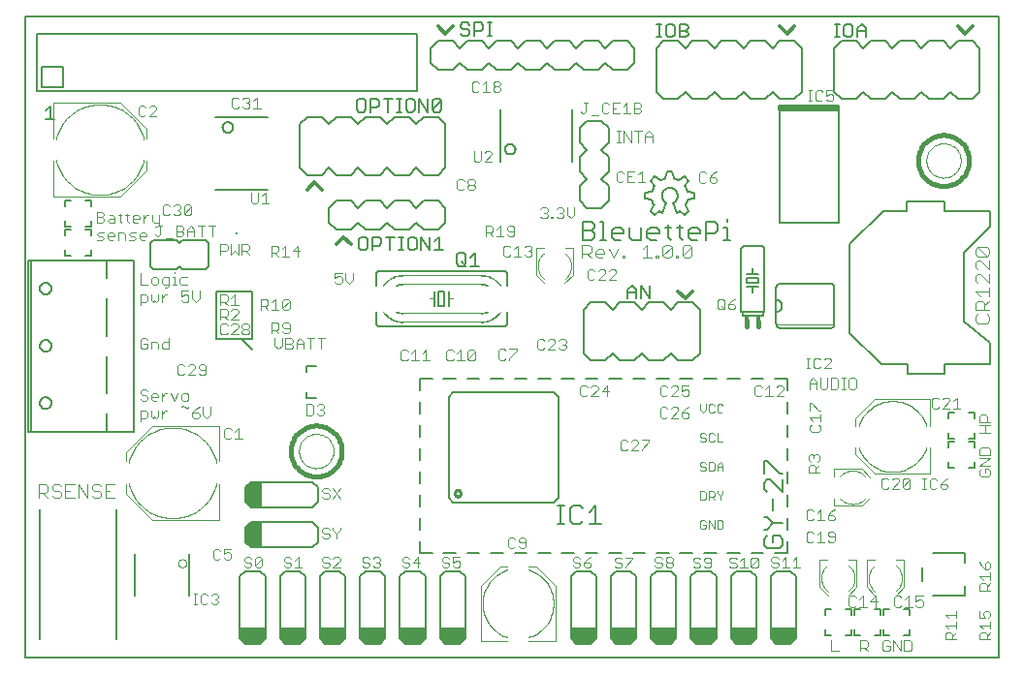
<source format=gto>
G75*
G70*
%OFA0B0*%
%FSLAX24Y24*%
%IPPOS*%
%LPD*%
%AMOC8*
5,1,8,0,0,1.08239X$1,22.5*
%
%ADD10C,0.0050*%
%ADD11C,0.0040*%
%ADD12C,0.0030*%
%ADD13C,0.0060*%
%ADD14C,0.0160*%
%ADD15C,0.0120*%
%ADD16C,0.0001*%
%ADD17C,0.0020*%
%ADD18C,0.0080*%
%ADD19C,0.0100*%
%ADD20R,0.0079X0.0079*%
%ADD21C,0.0000*%
%ADD22R,0.0160X0.0230*%
D10*
X000480Y002061D02*
X000480Y024108D01*
X033945Y024108D01*
X033945Y002061D01*
X000480Y002061D01*
X014050Y005657D02*
X014470Y005657D01*
X014864Y005657D02*
X015284Y005657D01*
X015677Y005657D02*
X016097Y005657D01*
X016491Y005657D02*
X016911Y005657D01*
X017305Y005657D02*
X017725Y005657D01*
X018118Y005657D02*
X018538Y005657D01*
X018932Y005657D02*
X019352Y005657D01*
X019746Y005657D02*
X020166Y005657D01*
X020559Y005657D02*
X020979Y005657D01*
X021373Y005657D02*
X021793Y005657D01*
X022187Y005657D02*
X022607Y005657D01*
X023000Y005657D02*
X023420Y005657D01*
X023814Y005657D02*
X024234Y005657D01*
X024628Y005657D02*
X025048Y005657D01*
X025441Y005657D02*
X025861Y005657D01*
X026255Y005657D02*
X026675Y005657D01*
X026675Y006062D01*
X026675Y006456D02*
X026675Y006861D01*
X026675Y007255D02*
X026675Y007660D01*
X026675Y008054D02*
X026675Y008460D01*
X026675Y008853D02*
X026675Y009259D01*
X026675Y009653D02*
X026675Y010058D01*
X026675Y010452D02*
X026675Y010857D01*
X026675Y011251D02*
X026675Y011657D01*
X026255Y011657D01*
X025861Y011657D02*
X025441Y011657D01*
X025048Y011657D02*
X024628Y011657D01*
X024234Y011657D02*
X023814Y011657D01*
X023420Y011657D02*
X023000Y011657D01*
X022607Y011657D02*
X022187Y011657D01*
X021793Y011657D02*
X021373Y011657D01*
X020979Y011657D02*
X020559Y011657D01*
X020166Y011657D02*
X019746Y011657D01*
X019352Y011657D02*
X018932Y011657D01*
X018538Y011657D02*
X018118Y011657D01*
X017725Y011657D02*
X017305Y011657D01*
X016911Y011657D02*
X016491Y011657D01*
X016097Y011657D02*
X015677Y011657D01*
X015284Y011657D02*
X014864Y011657D01*
X014470Y011657D02*
X014050Y011657D01*
X014050Y011251D01*
X014050Y010857D02*
X014050Y010452D01*
X014050Y010058D02*
X014050Y009653D01*
X014050Y009259D02*
X014050Y008853D01*
X014050Y008460D02*
X014050Y008054D01*
X014050Y007660D02*
X014050Y007255D01*
X014050Y006861D02*
X014050Y006456D01*
X014050Y006062D02*
X014050Y005657D01*
X008300Y012657D02*
X007925Y013032D01*
X007050Y013032D01*
X007050Y014657D01*
X008300Y014657D01*
X008300Y013032D01*
X007925Y013032D01*
X011950Y016157D02*
X012025Y016082D01*
X012175Y016082D01*
X012250Y016157D01*
X012250Y016457D01*
X012175Y016532D01*
X012025Y016532D01*
X011950Y016457D01*
X011950Y016157D01*
X012410Y016232D02*
X012636Y016232D01*
X012711Y016307D01*
X012711Y016457D01*
X012636Y016532D01*
X012410Y016532D01*
X012410Y016082D01*
X013021Y016082D02*
X013021Y016532D01*
X012871Y016532D02*
X013171Y016532D01*
X013331Y016532D02*
X013481Y016532D01*
X013406Y016532D02*
X013406Y016082D01*
X013331Y016082D02*
X013481Y016082D01*
X013638Y016157D02*
X013713Y016082D01*
X013863Y016082D01*
X013938Y016157D01*
X013938Y016457D01*
X013863Y016532D01*
X013713Y016532D01*
X013638Y016457D01*
X013638Y016157D01*
X014098Y016082D02*
X014098Y016532D01*
X014399Y016082D01*
X014399Y016532D01*
X014559Y016382D02*
X014709Y016532D01*
X014709Y016082D01*
X014559Y016082D02*
X014859Y016082D01*
X015325Y015907D02*
X015400Y015982D01*
X015550Y015982D01*
X015625Y015907D01*
X015625Y015607D01*
X015550Y015532D01*
X015400Y015532D01*
X015325Y015607D01*
X015325Y015907D01*
X015475Y015682D02*
X015625Y015532D01*
X015785Y015532D02*
X016086Y015532D01*
X015936Y015532D02*
X015936Y015982D01*
X015785Y015832D01*
X019638Y016432D02*
X019943Y016432D01*
X020045Y016533D01*
X020045Y016635D01*
X019943Y016737D01*
X019638Y016737D01*
X019943Y016737D02*
X020045Y016839D01*
X020045Y016940D01*
X019943Y017042D01*
X019638Y017042D01*
X019638Y016432D01*
X020245Y016432D02*
X020449Y016432D01*
X020347Y016432D02*
X020347Y017042D01*
X020245Y017042D01*
X020650Y016737D02*
X020752Y016839D01*
X020956Y016839D01*
X021057Y016737D01*
X021057Y016635D01*
X020650Y016635D01*
X020650Y016533D02*
X020650Y016737D01*
X020650Y016533D02*
X020752Y016432D01*
X020956Y016432D01*
X021258Y016533D02*
X021258Y016839D01*
X021258Y016533D02*
X021360Y016432D01*
X021665Y016432D01*
X021665Y016839D01*
X021866Y016737D02*
X021866Y016533D01*
X021968Y016432D01*
X022171Y016432D01*
X022273Y016635D02*
X021866Y016635D01*
X021866Y016737D02*
X021968Y016839D01*
X022171Y016839D01*
X022273Y016737D01*
X022273Y016635D01*
X022474Y016839D02*
X022677Y016839D01*
X022575Y016940D02*
X022575Y016533D01*
X022677Y016432D01*
X022980Y016533D02*
X023082Y016432D01*
X022980Y016533D02*
X022980Y016940D01*
X022879Y016839D02*
X023082Y016839D01*
X023284Y016737D02*
X023284Y016533D01*
X023386Y016432D01*
X023589Y016432D01*
X023691Y016635D02*
X023284Y016635D01*
X023284Y016737D02*
X023386Y016839D01*
X023589Y016839D01*
X023691Y016737D01*
X023691Y016635D01*
X023892Y016635D02*
X024197Y016635D01*
X024299Y016737D01*
X024299Y016940D01*
X024197Y017042D01*
X023892Y017042D01*
X023892Y016432D01*
X024499Y016432D02*
X024703Y016432D01*
X024601Y016432D02*
X024601Y016839D01*
X024499Y016839D01*
X024601Y017042D02*
X024601Y017144D01*
X021961Y014857D02*
X021961Y014407D01*
X021660Y014857D01*
X021660Y014407D01*
X021500Y014407D02*
X021500Y014707D01*
X021350Y014857D01*
X021200Y014707D01*
X021200Y014407D01*
X021200Y014632D02*
X021500Y014632D01*
X028803Y013215D02*
X029919Y012159D01*
X030819Y012159D01*
X030819Y011808D01*
X032071Y011808D01*
X032071Y012159D01*
X033644Y012159D01*
X033644Y012882D01*
X032759Y013624D01*
X032759Y015982D01*
X033644Y016882D01*
X033644Y017404D01*
X032071Y017404D01*
X032071Y017756D01*
X030779Y017756D01*
X030779Y017404D01*
X029979Y017404D01*
X028803Y016288D01*
X028803Y013215D01*
X001789Y021668D02*
X001789Y022396D01*
X001061Y022396D01*
X001061Y021667D01*
X001789Y021667D01*
X001337Y021023D02*
X001337Y020572D01*
X001487Y020572D02*
X001186Y020572D01*
X001186Y020873D02*
X001337Y021023D01*
X000874Y021549D02*
X000874Y023518D01*
X013945Y023518D01*
X013945Y021549D01*
X000874Y021549D01*
X011881Y021207D02*
X011881Y020907D01*
X011956Y020832D01*
X012106Y020832D01*
X012181Y020907D01*
X012181Y021207D01*
X012106Y021282D01*
X011956Y021282D01*
X011881Y021207D01*
X012341Y021282D02*
X012341Y020832D01*
X012341Y020982D02*
X012566Y020982D01*
X012641Y021057D01*
X012641Y021207D01*
X012566Y021282D01*
X012341Y021282D01*
X012801Y021282D02*
X013102Y021282D01*
X012952Y021282D02*
X012952Y020832D01*
X013262Y020832D02*
X013412Y020832D01*
X013337Y020832D02*
X013337Y021282D01*
X013262Y021282D02*
X013412Y021282D01*
X013569Y021207D02*
X013569Y020907D01*
X013644Y020832D01*
X013794Y020832D01*
X013869Y020907D01*
X013869Y021207D01*
X013794Y021282D01*
X013644Y021282D01*
X013569Y021207D01*
X014029Y021282D02*
X014029Y020832D01*
X014329Y020832D02*
X014029Y021282D01*
X014329Y021282D02*
X014329Y020832D01*
X014490Y020907D02*
X014790Y021207D01*
X014790Y020907D01*
X014715Y020832D01*
X014565Y020832D01*
X014490Y020907D01*
X014490Y021207D01*
X014565Y021282D01*
X014715Y021282D01*
X014790Y021207D01*
X015525Y023457D02*
X015450Y023532D01*
X015525Y023457D02*
X015675Y023457D01*
X015750Y023532D01*
X015750Y023607D01*
X015675Y023682D01*
X015525Y023682D01*
X015450Y023757D01*
X015450Y023832D01*
X015525Y023907D01*
X015675Y023907D01*
X015750Y023832D01*
X015910Y023907D02*
X016136Y023907D01*
X016211Y023832D01*
X016211Y023682D01*
X016136Y023607D01*
X015910Y023607D01*
X015910Y023457D02*
X015910Y023907D01*
X016371Y023907D02*
X016521Y023907D01*
X016446Y023907D02*
X016446Y023457D01*
X016371Y023457D02*
X016521Y023457D01*
X022200Y023407D02*
X022350Y023407D01*
X022275Y023407D02*
X022275Y023857D01*
X022200Y023857D02*
X022350Y023857D01*
X022507Y023782D02*
X022507Y023482D01*
X022582Y023407D01*
X022732Y023407D01*
X022807Y023482D01*
X022807Y023782D01*
X022732Y023857D01*
X022582Y023857D01*
X022507Y023782D01*
X022967Y023857D02*
X023193Y023857D01*
X023268Y023782D01*
X023268Y023707D01*
X023193Y023632D01*
X022967Y023632D01*
X022967Y023407D02*
X022967Y023857D01*
X023193Y023632D02*
X023268Y023557D01*
X023268Y023482D01*
X023193Y023407D01*
X022967Y023407D01*
X028325Y023407D02*
X028475Y023407D01*
X028400Y023407D02*
X028400Y023857D01*
X028325Y023857D02*
X028475Y023857D01*
X028632Y023782D02*
X028632Y023482D01*
X028707Y023407D01*
X028857Y023407D01*
X028932Y023482D01*
X028932Y023782D01*
X028857Y023857D01*
X028707Y023857D01*
X028632Y023782D01*
X029092Y023707D02*
X029242Y023857D01*
X029393Y023707D01*
X029393Y023407D01*
X029393Y023632D02*
X029092Y023632D01*
X029092Y023707D02*
X029092Y023407D01*
D11*
X021652Y021077D02*
X021652Y021017D01*
X021592Y020957D01*
X021412Y020957D01*
X021592Y020957D02*
X021652Y020897D01*
X021652Y020837D01*
X021592Y020777D01*
X021412Y020777D01*
X021412Y021137D01*
X021592Y021137D01*
X021652Y021077D01*
X021283Y020777D02*
X021043Y020777D01*
X021163Y020777D02*
X021163Y021137D01*
X021043Y021017D01*
X020915Y021137D02*
X020675Y021137D01*
X020675Y020777D01*
X020915Y020777D01*
X020795Y020957D02*
X020675Y020957D01*
X020547Y021077D02*
X020487Y021137D01*
X020367Y021137D01*
X020307Y021077D01*
X020307Y020837D01*
X020367Y020777D01*
X020487Y020777D01*
X020547Y020837D01*
X020179Y020716D02*
X019938Y020716D01*
X019750Y020837D02*
X019750Y021137D01*
X019690Y021137D02*
X019810Y021137D01*
X019750Y020837D02*
X019690Y020777D01*
X019630Y020777D01*
X019570Y020837D01*
X016512Y019431D02*
X016452Y019491D01*
X016332Y019491D01*
X016272Y019431D01*
X016144Y019491D02*
X016144Y019191D01*
X016084Y019131D01*
X015963Y019131D01*
X015903Y019191D01*
X015903Y019491D01*
X016272Y019131D02*
X016512Y019371D01*
X016512Y019431D01*
X016512Y019131D02*
X016272Y019131D01*
X018045Y016161D02*
X018301Y016161D01*
X018045Y016161D02*
X018045Y015217D01*
X018321Y014941D01*
X018320Y015079D02*
X018285Y015109D01*
X018253Y015141D01*
X018223Y015176D01*
X018196Y015214D01*
X018172Y015253D01*
X018152Y015294D01*
X018134Y015337D01*
X018121Y015381D01*
X018111Y015426D01*
X018104Y015471D01*
X018101Y015517D01*
X018102Y015563D01*
X018106Y015609D01*
X018115Y015654D01*
X018126Y015699D01*
X018142Y015742D01*
X018160Y015784D01*
X018183Y015825D01*
X018208Y015863D01*
X018236Y015900D01*
X018267Y015934D01*
X018301Y015965D01*
X019049Y015965D02*
X019083Y015933D01*
X019114Y015898D01*
X019143Y015861D01*
X019168Y015822D01*
X019190Y015781D01*
X019209Y015738D01*
X019224Y015693D01*
X019235Y015648D01*
X019243Y015602D01*
X019247Y015555D01*
X019247Y015509D01*
X019243Y015462D01*
X019235Y015416D01*
X019224Y015371D01*
X019209Y015326D01*
X019190Y015283D01*
X019168Y015242D01*
X019143Y015203D01*
X019114Y015166D01*
X019083Y015131D01*
X019049Y015099D01*
X019029Y014941D02*
X019305Y015217D01*
X019305Y016161D01*
X019049Y016161D01*
X019633Y016262D02*
X019633Y015802D01*
X019633Y015955D02*
X019863Y015955D01*
X019939Y016032D01*
X019939Y016185D01*
X019863Y016262D01*
X019633Y016262D01*
X019786Y015955D02*
X019939Y015802D01*
X020093Y015878D02*
X020093Y016032D01*
X020170Y016108D01*
X020323Y016108D01*
X020400Y016032D01*
X020400Y015955D01*
X020093Y015955D01*
X020093Y015878D02*
X020170Y015802D01*
X020323Y015802D01*
X020553Y016108D02*
X020707Y015802D01*
X020860Y016108D01*
X021014Y015878D02*
X021090Y015878D01*
X021090Y015802D01*
X021014Y015802D01*
X021014Y015878D01*
X021704Y015802D02*
X022011Y015802D01*
X021858Y015802D02*
X021858Y016262D01*
X021704Y016108D01*
X022165Y015878D02*
X022165Y015802D01*
X022241Y015802D01*
X022241Y015878D01*
X022165Y015878D01*
X022395Y015878D02*
X022702Y016185D01*
X022702Y015878D01*
X022625Y015802D01*
X022472Y015802D01*
X022395Y015878D01*
X022395Y016185D01*
X022472Y016262D01*
X022625Y016262D01*
X022702Y016185D01*
X022855Y015878D02*
X022932Y015878D01*
X022932Y015802D01*
X022855Y015802D01*
X022855Y015878D01*
X023085Y015878D02*
X023392Y016185D01*
X023392Y015878D01*
X023316Y015802D01*
X023162Y015802D01*
X023085Y015878D01*
X023085Y016185D01*
X023162Y016262D01*
X023316Y016262D01*
X023392Y016185D01*
X024343Y014399D02*
X024464Y014399D01*
X024524Y014339D01*
X024524Y014099D01*
X024464Y014039D01*
X024343Y014039D01*
X024283Y014099D01*
X024283Y014339D01*
X024343Y014399D01*
X024403Y014159D02*
X024524Y014039D01*
X024652Y014099D02*
X024712Y014039D01*
X024832Y014039D01*
X024892Y014099D01*
X024892Y014159D01*
X024832Y014219D01*
X024652Y014219D01*
X024652Y014099D01*
X024652Y014219D02*
X024772Y014339D01*
X024892Y014399D01*
X027338Y012362D02*
X027458Y012362D01*
X027398Y012362D02*
X027398Y012002D01*
X027338Y012002D02*
X027458Y012002D01*
X027583Y012062D02*
X027643Y012002D01*
X027764Y012002D01*
X027824Y012062D01*
X027952Y012002D02*
X028192Y012242D01*
X028192Y012302D01*
X028132Y012362D01*
X028012Y012362D01*
X027952Y012302D01*
X027824Y012302D02*
X027764Y012362D01*
X027643Y012362D01*
X027583Y012302D01*
X027583Y012062D01*
X027952Y012002D02*
X028192Y012002D01*
X029690Y010936D02*
X031580Y010936D01*
X031580Y010031D01*
X031580Y009283D02*
X031580Y008377D01*
X029690Y008377D01*
X029020Y009046D01*
X029020Y009283D01*
X029020Y010031D02*
X029020Y010267D01*
X029690Y010936D01*
X029139Y010031D02*
X029161Y010095D01*
X029188Y010158D01*
X029218Y010220D01*
X029251Y010279D01*
X029287Y010337D01*
X029327Y010393D01*
X029370Y010446D01*
X029415Y010497D01*
X029463Y010545D01*
X029514Y010590D01*
X029568Y010633D01*
X029624Y010672D01*
X029681Y010709D01*
X029741Y010742D01*
X029803Y010771D01*
X029866Y010797D01*
X029930Y010820D01*
X029996Y010839D01*
X030063Y010854D01*
X030130Y010865D01*
X030198Y010873D01*
X030266Y010877D01*
X030334Y010877D01*
X030402Y010873D01*
X030470Y010865D01*
X030537Y010854D01*
X030604Y010839D01*
X030670Y010820D01*
X030734Y010797D01*
X030797Y010771D01*
X030859Y010742D01*
X030919Y010709D01*
X030976Y010672D01*
X031032Y010633D01*
X031086Y010590D01*
X031137Y010545D01*
X031185Y010497D01*
X031230Y010446D01*
X031273Y010393D01*
X031313Y010337D01*
X031349Y010279D01*
X031382Y010220D01*
X031412Y010158D01*
X031439Y010095D01*
X031461Y010031D01*
X031461Y009283D02*
X031439Y009219D01*
X031412Y009156D01*
X031382Y009094D01*
X031349Y009035D01*
X031313Y008977D01*
X031273Y008921D01*
X031230Y008868D01*
X031185Y008817D01*
X031137Y008769D01*
X031086Y008724D01*
X031032Y008681D01*
X030976Y008642D01*
X030919Y008605D01*
X030859Y008572D01*
X030797Y008543D01*
X030734Y008517D01*
X030670Y008494D01*
X030604Y008475D01*
X030537Y008460D01*
X030470Y008449D01*
X030402Y008441D01*
X030334Y008437D01*
X030266Y008437D01*
X030198Y008441D01*
X030130Y008449D01*
X030063Y008460D01*
X029996Y008475D01*
X029930Y008494D01*
X029866Y008517D01*
X029803Y008543D01*
X029741Y008572D01*
X029681Y008605D01*
X029624Y008642D01*
X029568Y008681D01*
X029514Y008724D01*
X029463Y008769D01*
X029415Y008817D01*
X029370Y008868D01*
X029327Y008921D01*
X029287Y008977D01*
X029251Y009035D01*
X029218Y009094D01*
X029188Y009156D01*
X029161Y009219D01*
X029139Y009283D01*
X029240Y008536D02*
X028295Y008536D01*
X028295Y008281D01*
X028492Y008281D02*
X028524Y008315D01*
X028559Y008346D01*
X028596Y008375D01*
X028635Y008400D01*
X028676Y008422D01*
X028719Y008441D01*
X028764Y008456D01*
X028809Y008467D01*
X028855Y008475D01*
X028902Y008479D01*
X028948Y008479D01*
X028995Y008475D01*
X029041Y008467D01*
X029086Y008456D01*
X029131Y008441D01*
X029174Y008422D01*
X029215Y008400D01*
X029254Y008375D01*
X029291Y008346D01*
X029326Y008315D01*
X029358Y008281D01*
X029516Y008261D02*
X029240Y008536D01*
X029378Y007552D02*
X029348Y007517D01*
X029316Y007485D01*
X029281Y007455D01*
X029243Y007428D01*
X029204Y007404D01*
X029163Y007384D01*
X029120Y007366D01*
X029076Y007353D01*
X029031Y007343D01*
X028986Y007336D01*
X028940Y007333D01*
X028894Y007334D01*
X028848Y007338D01*
X028803Y007347D01*
X028758Y007358D01*
X028715Y007374D01*
X028673Y007392D01*
X028632Y007415D01*
X028594Y007440D01*
X028557Y007468D01*
X028523Y007499D01*
X028492Y007533D01*
X028295Y007533D02*
X028295Y007277D01*
X029240Y007277D01*
X029516Y007552D01*
X026989Y005512D02*
X026989Y005152D01*
X026869Y005152D02*
X027109Y005152D01*
X026869Y005392D02*
X026989Y005512D01*
X026621Y005512D02*
X026621Y005152D01*
X026501Y005152D02*
X026741Y005152D01*
X026501Y005392D02*
X026621Y005512D01*
X026373Y005452D02*
X026313Y005512D01*
X026193Y005512D01*
X026133Y005452D01*
X026133Y005392D01*
X026193Y005332D01*
X026313Y005332D01*
X026373Y005272D01*
X026373Y005212D01*
X026313Y005152D01*
X026193Y005152D01*
X026133Y005212D01*
X025672Y005199D02*
X025612Y005139D01*
X025492Y005139D01*
X025432Y005199D01*
X025672Y005439D01*
X025672Y005199D01*
X025672Y005439D02*
X025612Y005499D01*
X025492Y005499D01*
X025432Y005439D01*
X025432Y005199D01*
X025304Y005139D02*
X025063Y005139D01*
X025183Y005139D02*
X025183Y005499D01*
X025063Y005379D01*
X024935Y005439D02*
X024875Y005499D01*
X024755Y005499D01*
X024695Y005439D01*
X024695Y005379D01*
X024755Y005319D01*
X024875Y005319D01*
X024935Y005259D01*
X024935Y005199D01*
X024875Y005139D01*
X024755Y005139D01*
X024695Y005199D01*
X024054Y005199D02*
X024054Y005439D01*
X023993Y005499D01*
X023873Y005499D01*
X023813Y005439D01*
X023813Y005379D01*
X023873Y005319D01*
X024054Y005319D01*
X024054Y005199D02*
X023993Y005139D01*
X023873Y005139D01*
X023813Y005199D01*
X023685Y005199D02*
X023625Y005139D01*
X023505Y005139D01*
X023445Y005199D01*
X023505Y005319D02*
X023625Y005319D01*
X023685Y005259D01*
X023685Y005199D01*
X023505Y005319D02*
X023445Y005379D01*
X023445Y005439D01*
X023505Y005499D01*
X023625Y005499D01*
X023685Y005439D01*
X022741Y005452D02*
X022741Y005392D01*
X022681Y005332D01*
X022561Y005332D01*
X022501Y005392D01*
X022501Y005452D01*
X022561Y005512D01*
X022681Y005512D01*
X022741Y005452D01*
X022681Y005332D02*
X022741Y005272D01*
X022741Y005212D01*
X022681Y005152D01*
X022561Y005152D01*
X022501Y005212D01*
X022501Y005272D01*
X022561Y005332D01*
X022373Y005272D02*
X022373Y005212D01*
X022313Y005152D01*
X022193Y005152D01*
X022133Y005212D01*
X022193Y005332D02*
X022133Y005392D01*
X022133Y005452D01*
X022193Y005512D01*
X022313Y005512D01*
X022373Y005452D01*
X022313Y005332D02*
X022373Y005272D01*
X022313Y005332D02*
X022193Y005332D01*
X021366Y005439D02*
X021126Y005199D01*
X021126Y005139D01*
X020998Y005199D02*
X020998Y005259D01*
X020938Y005319D01*
X020818Y005319D01*
X020758Y005379D01*
X020758Y005439D01*
X020818Y005499D01*
X020938Y005499D01*
X020998Y005439D01*
X021126Y005499D02*
X021366Y005499D01*
X021366Y005439D01*
X020998Y005199D02*
X020938Y005139D01*
X020818Y005139D01*
X020758Y005199D01*
X019929Y005212D02*
X019868Y005152D01*
X019748Y005152D01*
X019688Y005212D01*
X019688Y005332D01*
X019868Y005332D01*
X019929Y005272D01*
X019929Y005212D01*
X019808Y005452D02*
X019688Y005332D01*
X019560Y005272D02*
X019560Y005212D01*
X019500Y005152D01*
X019380Y005152D01*
X019320Y005212D01*
X019380Y005332D02*
X019500Y005332D01*
X019560Y005272D01*
X019560Y005452D02*
X019500Y005512D01*
X019380Y005512D01*
X019320Y005452D01*
X019320Y005392D01*
X019380Y005332D01*
X019808Y005452D02*
X019929Y005512D01*
X018705Y004517D02*
X018705Y002627D01*
X017799Y002627D01*
X017051Y002627D02*
X016145Y002627D01*
X016145Y004517D01*
X016815Y005186D01*
X017051Y005186D01*
X017799Y005186D02*
X018035Y005186D01*
X018705Y004517D01*
X017799Y005068D02*
X017863Y005046D01*
X017926Y005019D01*
X017988Y004989D01*
X018047Y004956D01*
X018105Y004920D01*
X018161Y004880D01*
X018214Y004837D01*
X018265Y004792D01*
X018313Y004744D01*
X018358Y004693D01*
X018401Y004639D01*
X018440Y004583D01*
X018477Y004526D01*
X018510Y004466D01*
X018539Y004404D01*
X018565Y004341D01*
X018588Y004277D01*
X018607Y004211D01*
X018622Y004144D01*
X018633Y004077D01*
X018641Y004009D01*
X018645Y003941D01*
X018645Y003873D01*
X018641Y003805D01*
X018633Y003737D01*
X018622Y003670D01*
X018607Y003603D01*
X018588Y003537D01*
X018565Y003473D01*
X018539Y003410D01*
X018510Y003348D01*
X018477Y003288D01*
X018440Y003231D01*
X018401Y003175D01*
X018358Y003121D01*
X018313Y003070D01*
X018265Y003022D01*
X018214Y002977D01*
X018161Y002934D01*
X018105Y002894D01*
X018047Y002858D01*
X017988Y002825D01*
X017926Y002795D01*
X017863Y002768D01*
X017799Y002746D01*
X017051Y002746D02*
X016987Y002768D01*
X016924Y002795D01*
X016862Y002825D01*
X016803Y002858D01*
X016745Y002894D01*
X016689Y002934D01*
X016636Y002977D01*
X016585Y003022D01*
X016537Y003070D01*
X016492Y003121D01*
X016449Y003175D01*
X016410Y003231D01*
X016373Y003288D01*
X016340Y003348D01*
X016311Y003410D01*
X016285Y003473D01*
X016262Y003537D01*
X016243Y003603D01*
X016228Y003670D01*
X016217Y003737D01*
X016209Y003805D01*
X016205Y003873D01*
X016205Y003941D01*
X016209Y004009D01*
X016217Y004077D01*
X016228Y004144D01*
X016243Y004211D01*
X016262Y004277D01*
X016285Y004341D01*
X016311Y004404D01*
X016340Y004466D01*
X016373Y004526D01*
X016410Y004583D01*
X016449Y004639D01*
X016492Y004693D01*
X016537Y004744D01*
X016585Y004792D01*
X016636Y004837D01*
X016689Y004880D01*
X016745Y004920D01*
X016803Y004956D01*
X016862Y004989D01*
X016924Y005019D01*
X016987Y005046D01*
X017051Y005068D01*
X015429Y005212D02*
X015368Y005152D01*
X015248Y005152D01*
X015188Y005212D01*
X015188Y005332D02*
X015308Y005392D01*
X015368Y005392D01*
X015429Y005332D01*
X015429Y005212D01*
X015188Y005332D02*
X015188Y005512D01*
X015429Y005512D01*
X015060Y005452D02*
X015000Y005512D01*
X014880Y005512D01*
X014820Y005452D01*
X014820Y005392D01*
X014880Y005332D01*
X015000Y005332D01*
X015060Y005272D01*
X015060Y005212D01*
X015000Y005152D01*
X014880Y005152D01*
X014820Y005212D01*
X014054Y005332D02*
X013813Y005332D01*
X013993Y005512D01*
X013993Y005152D01*
X013685Y005212D02*
X013625Y005152D01*
X013505Y005152D01*
X013445Y005212D01*
X013505Y005332D02*
X013625Y005332D01*
X013685Y005272D01*
X013685Y005212D01*
X013505Y005332D02*
X013445Y005392D01*
X013445Y005452D01*
X013505Y005512D01*
X013625Y005512D01*
X013685Y005452D01*
X012679Y005452D02*
X012679Y005392D01*
X012618Y005332D01*
X012679Y005272D01*
X012679Y005212D01*
X012618Y005152D01*
X012498Y005152D01*
X012438Y005212D01*
X012310Y005212D02*
X012250Y005152D01*
X012130Y005152D01*
X012070Y005212D01*
X012130Y005332D02*
X012250Y005332D01*
X012310Y005272D01*
X012310Y005212D01*
X012130Y005332D02*
X012070Y005392D01*
X012070Y005452D01*
X012130Y005512D01*
X012250Y005512D01*
X012310Y005452D01*
X012438Y005452D02*
X012498Y005512D01*
X012618Y005512D01*
X012679Y005452D01*
X012618Y005332D02*
X012558Y005332D01*
X011304Y005392D02*
X011304Y005452D01*
X011243Y005512D01*
X011123Y005512D01*
X011063Y005452D01*
X010935Y005452D02*
X010875Y005512D01*
X010755Y005512D01*
X010695Y005452D01*
X010695Y005392D01*
X010755Y005332D01*
X010875Y005332D01*
X010935Y005272D01*
X010935Y005212D01*
X010875Y005152D01*
X010755Y005152D01*
X010695Y005212D01*
X011063Y005152D02*
X011304Y005392D01*
X011304Y005152D02*
X011063Y005152D01*
X009991Y005152D02*
X009751Y005152D01*
X009871Y005152D02*
X009871Y005512D01*
X009751Y005392D01*
X009623Y005452D02*
X009563Y005512D01*
X009443Y005512D01*
X009383Y005452D01*
X009383Y005392D01*
X009443Y005332D01*
X009563Y005332D01*
X009623Y005272D01*
X009623Y005212D01*
X009563Y005152D01*
X009443Y005152D01*
X009383Y005212D01*
X008616Y005212D02*
X008556Y005152D01*
X008436Y005152D01*
X008376Y005212D01*
X008616Y005452D01*
X008616Y005212D01*
X008616Y005452D02*
X008556Y005512D01*
X008436Y005512D01*
X008376Y005452D01*
X008376Y005212D01*
X008248Y005212D02*
X008188Y005152D01*
X008068Y005152D01*
X008008Y005212D01*
X008068Y005332D02*
X008188Y005332D01*
X008248Y005272D01*
X008248Y005212D01*
X008068Y005332D02*
X008008Y005392D01*
X008008Y005452D01*
X008068Y005512D01*
X008188Y005512D01*
X008248Y005452D01*
X007064Y004237D02*
X007124Y004177D01*
X007124Y004117D01*
X007064Y004057D01*
X007124Y003997D01*
X007124Y003937D01*
X007064Y003877D01*
X006944Y003877D01*
X006884Y003937D01*
X006756Y003937D02*
X006696Y003877D01*
X006576Y003877D01*
X006516Y003937D01*
X006516Y004177D01*
X006576Y004237D01*
X006696Y004237D01*
X006756Y004177D01*
X006884Y004177D02*
X006944Y004237D01*
X007064Y004237D01*
X007064Y004057D02*
X007004Y004057D01*
X006390Y004237D02*
X006270Y004237D01*
X006330Y004237D02*
X006330Y003877D01*
X006270Y003877D02*
X006390Y003877D01*
X007164Y006792D02*
X004841Y006792D01*
X003936Y007698D01*
X003936Y008013D01*
X003554Y008012D02*
X003247Y008012D01*
X003247Y007552D01*
X003554Y007552D01*
X003400Y007782D02*
X003247Y007782D01*
X003093Y007705D02*
X003093Y007628D01*
X003017Y007552D01*
X002863Y007552D01*
X002787Y007628D01*
X002863Y007782D02*
X003017Y007782D01*
X003093Y007705D01*
X003093Y007935D02*
X003017Y008012D01*
X002863Y008012D01*
X002787Y007935D01*
X002787Y007858D01*
X002863Y007782D01*
X002633Y007552D02*
X002633Y008012D01*
X002326Y008012D02*
X002326Y007552D01*
X002173Y007552D02*
X001866Y007552D01*
X001866Y008012D01*
X002173Y008012D01*
X002326Y008012D02*
X002633Y007552D01*
X002019Y007782D02*
X001866Y007782D01*
X001712Y007705D02*
X001712Y007628D01*
X001636Y007552D01*
X001482Y007552D01*
X001405Y007628D01*
X001252Y007552D02*
X001098Y007705D01*
X001175Y007705D02*
X000945Y007705D01*
X000945Y007552D02*
X000945Y008012D01*
X001175Y008012D01*
X001252Y007935D01*
X001252Y007782D01*
X001175Y007705D01*
X001405Y007858D02*
X001482Y007782D01*
X001636Y007782D01*
X001712Y007705D01*
X001712Y007935D02*
X001636Y008012D01*
X001482Y008012D01*
X001405Y007935D01*
X001405Y007858D01*
X003936Y008800D02*
X003936Y009115D01*
X004841Y010021D01*
X007164Y010021D01*
X007164Y008800D01*
X007164Y008013D02*
X007164Y006792D01*
X007066Y008761D02*
X007046Y008838D01*
X007023Y008913D01*
X006995Y008987D01*
X006964Y009059D01*
X006929Y009130D01*
X006891Y009199D01*
X006849Y009265D01*
X006804Y009330D01*
X006756Y009392D01*
X006704Y009452D01*
X006650Y009509D01*
X006593Y009563D01*
X006533Y009615D01*
X006471Y009663D01*
X006406Y009708D01*
X006339Y009749D01*
X006270Y009787D01*
X006199Y009822D01*
X006127Y009853D01*
X006053Y009881D01*
X005978Y009904D01*
X005902Y009924D01*
X005824Y009940D01*
X005746Y009952D01*
X005668Y009960D01*
X005589Y009964D01*
X005511Y009964D01*
X005432Y009960D01*
X005354Y009952D01*
X005276Y009940D01*
X005198Y009924D01*
X005122Y009904D01*
X005047Y009881D01*
X004973Y009853D01*
X004901Y009822D01*
X004830Y009787D01*
X004761Y009749D01*
X004694Y009708D01*
X004629Y009663D01*
X004567Y009615D01*
X004507Y009563D01*
X004450Y009509D01*
X004396Y009452D01*
X004344Y009392D01*
X004296Y009330D01*
X004251Y009265D01*
X004209Y009199D01*
X004171Y009130D01*
X004136Y009059D01*
X004105Y008987D01*
X004077Y008913D01*
X004054Y008838D01*
X004034Y008761D01*
X004034Y008053D02*
X004054Y007976D01*
X004077Y007901D01*
X004105Y007827D01*
X004136Y007755D01*
X004171Y007684D01*
X004209Y007615D01*
X004251Y007549D01*
X004296Y007484D01*
X004344Y007422D01*
X004396Y007362D01*
X004450Y007305D01*
X004507Y007251D01*
X004567Y007199D01*
X004629Y007151D01*
X004694Y007106D01*
X004761Y007065D01*
X004830Y007027D01*
X004901Y006992D01*
X004973Y006961D01*
X005047Y006933D01*
X005122Y006910D01*
X005198Y006890D01*
X005276Y006874D01*
X005354Y006862D01*
X005432Y006854D01*
X005511Y006850D01*
X005589Y006850D01*
X005668Y006854D01*
X005746Y006862D01*
X005824Y006874D01*
X005902Y006890D01*
X005978Y006910D01*
X006053Y006933D01*
X006127Y006961D01*
X006199Y006992D01*
X006270Y007027D01*
X006339Y007065D01*
X006406Y007106D01*
X006471Y007151D01*
X006533Y007199D01*
X006593Y007251D01*
X006650Y007305D01*
X006704Y007362D01*
X006756Y007422D01*
X006804Y007484D01*
X006849Y007549D01*
X006891Y007615D01*
X006929Y007684D01*
X006964Y007755D01*
X006995Y007827D01*
X007023Y007901D01*
X007046Y007976D01*
X007066Y008053D01*
X010695Y007827D02*
X010695Y007767D01*
X010755Y007707D01*
X010875Y007707D01*
X010935Y007647D01*
X010935Y007587D01*
X010875Y007527D01*
X010755Y007527D01*
X010695Y007587D01*
X010695Y007827D02*
X010755Y007887D01*
X010875Y007887D01*
X010935Y007827D01*
X011063Y007887D02*
X011304Y007527D01*
X011063Y007527D02*
X011304Y007887D01*
X011304Y006512D02*
X011304Y006452D01*
X011183Y006332D01*
X011183Y006152D01*
X011183Y006332D02*
X011063Y006452D01*
X011063Y006512D01*
X010935Y006452D02*
X010875Y006512D01*
X010755Y006512D01*
X010695Y006452D01*
X010695Y006392D01*
X010755Y006332D01*
X010875Y006332D01*
X010935Y006272D01*
X010935Y006212D01*
X010875Y006152D01*
X010755Y006152D01*
X010695Y006212D01*
X008859Y017697D02*
X008618Y017697D01*
X008738Y017697D02*
X008738Y018058D01*
X008618Y017938D01*
X008490Y018058D02*
X008490Y017757D01*
X008430Y017697D01*
X008310Y017697D01*
X008250Y017757D01*
X008250Y018058D01*
X004664Y018823D02*
X003759Y017917D01*
X001436Y017917D01*
X001436Y019138D01*
X001436Y019925D02*
X001436Y021146D01*
X003759Y021146D01*
X004664Y020240D01*
X004664Y019925D01*
X004664Y019138D02*
X004664Y018823D01*
X004566Y019178D02*
X004546Y019101D01*
X004523Y019026D01*
X004495Y018952D01*
X004464Y018880D01*
X004429Y018809D01*
X004391Y018740D01*
X004349Y018674D01*
X004304Y018609D01*
X004256Y018547D01*
X004204Y018487D01*
X004150Y018430D01*
X004093Y018376D01*
X004033Y018324D01*
X003971Y018276D01*
X003906Y018231D01*
X003839Y018190D01*
X003770Y018152D01*
X003699Y018117D01*
X003627Y018086D01*
X003553Y018058D01*
X003478Y018035D01*
X003402Y018015D01*
X003324Y017999D01*
X003246Y017987D01*
X003168Y017979D01*
X003089Y017975D01*
X003011Y017975D01*
X002932Y017979D01*
X002854Y017987D01*
X002776Y017999D01*
X002698Y018015D01*
X002622Y018035D01*
X002547Y018058D01*
X002473Y018086D01*
X002401Y018117D01*
X002330Y018152D01*
X002261Y018190D01*
X002194Y018231D01*
X002129Y018276D01*
X002067Y018324D01*
X002007Y018376D01*
X001950Y018430D01*
X001896Y018487D01*
X001844Y018547D01*
X001796Y018609D01*
X001751Y018674D01*
X001709Y018740D01*
X001671Y018809D01*
X001636Y018880D01*
X001605Y018952D01*
X001577Y019026D01*
X001554Y019101D01*
X001534Y019178D01*
X001534Y019886D02*
X001554Y019963D01*
X001577Y020038D01*
X001605Y020112D01*
X001636Y020184D01*
X001671Y020255D01*
X001709Y020324D01*
X001751Y020390D01*
X001796Y020455D01*
X001844Y020517D01*
X001896Y020577D01*
X001950Y020634D01*
X002007Y020688D01*
X002067Y020740D01*
X002129Y020788D01*
X002194Y020833D01*
X002261Y020874D01*
X002330Y020912D01*
X002401Y020947D01*
X002473Y020978D01*
X002547Y021006D01*
X002622Y021029D01*
X002698Y021049D01*
X002776Y021065D01*
X002854Y021077D01*
X002932Y021085D01*
X003011Y021089D01*
X003089Y021089D01*
X003168Y021085D01*
X003246Y021077D01*
X003324Y021065D01*
X003402Y021049D01*
X003478Y021029D01*
X003553Y021006D01*
X003627Y020978D01*
X003699Y020947D01*
X003770Y020912D01*
X003839Y020874D01*
X003906Y020833D01*
X003971Y020788D01*
X004033Y020740D01*
X004093Y020688D01*
X004150Y020634D01*
X004204Y020577D01*
X004256Y020517D01*
X004304Y020455D01*
X004349Y020390D01*
X004391Y020324D01*
X004429Y020255D01*
X004464Y020184D01*
X004495Y020112D01*
X004523Y020038D01*
X004546Y019963D01*
X004566Y019886D01*
X027795Y005411D02*
X027795Y004467D01*
X028071Y004191D01*
X028070Y004329D02*
X028035Y004359D01*
X028003Y004391D01*
X027973Y004426D01*
X027946Y004464D01*
X027922Y004503D01*
X027902Y004544D01*
X027884Y004587D01*
X027871Y004631D01*
X027861Y004676D01*
X027854Y004721D01*
X027851Y004767D01*
X027852Y004813D01*
X027856Y004859D01*
X027865Y004904D01*
X027876Y004949D01*
X027892Y004992D01*
X027910Y005034D01*
X027933Y005075D01*
X027958Y005113D01*
X027986Y005150D01*
X028017Y005184D01*
X028051Y005215D01*
X028051Y005411D02*
X027795Y005411D01*
X028799Y005215D02*
X028833Y005183D01*
X028864Y005148D01*
X028893Y005111D01*
X028918Y005072D01*
X028940Y005031D01*
X028959Y004988D01*
X028974Y004943D01*
X028985Y004898D01*
X028993Y004852D01*
X028997Y004805D01*
X028997Y004759D01*
X028993Y004712D01*
X028985Y004666D01*
X028974Y004621D01*
X028959Y004576D01*
X028940Y004533D01*
X028918Y004492D01*
X028893Y004453D01*
X028864Y004416D01*
X028833Y004381D01*
X028799Y004349D01*
X028779Y004191D02*
X029055Y004467D01*
X029055Y005411D01*
X028799Y005411D01*
X029420Y005411D02*
X029676Y005411D01*
X029420Y005411D02*
X029420Y004467D01*
X029696Y004191D01*
X029695Y004329D02*
X029660Y004359D01*
X029628Y004391D01*
X029598Y004426D01*
X029571Y004464D01*
X029547Y004503D01*
X029527Y004544D01*
X029509Y004587D01*
X029496Y004631D01*
X029486Y004676D01*
X029479Y004721D01*
X029476Y004767D01*
X029477Y004813D01*
X029481Y004859D01*
X029490Y004904D01*
X029501Y004949D01*
X029517Y004992D01*
X029535Y005034D01*
X029558Y005075D01*
X029583Y005113D01*
X029611Y005150D01*
X029642Y005184D01*
X029676Y005215D01*
X030424Y005215D02*
X030458Y005183D01*
X030489Y005148D01*
X030518Y005111D01*
X030543Y005072D01*
X030565Y005031D01*
X030584Y004988D01*
X030599Y004943D01*
X030610Y004898D01*
X030618Y004852D01*
X030622Y004805D01*
X030622Y004759D01*
X030618Y004712D01*
X030610Y004666D01*
X030599Y004621D01*
X030584Y004576D01*
X030565Y004533D01*
X030543Y004492D01*
X030518Y004453D01*
X030489Y004416D01*
X030458Y004381D01*
X030424Y004349D01*
X030404Y004191D02*
X030680Y004467D01*
X030680Y005411D01*
X030424Y005411D01*
X033227Y013564D02*
X033534Y013564D01*
X033611Y013641D01*
X033611Y013794D01*
X033534Y013871D01*
X033611Y014025D02*
X033150Y014025D01*
X033150Y014255D01*
X033227Y014331D01*
X033380Y014331D01*
X033457Y014255D01*
X033457Y014025D01*
X033457Y014178D02*
X033611Y014331D01*
X033611Y014485D02*
X033611Y014792D01*
X033611Y014945D02*
X033304Y015252D01*
X033227Y015252D01*
X033150Y015176D01*
X033150Y015022D01*
X033227Y014945D01*
X033150Y014638D02*
X033611Y014638D01*
X033611Y014945D02*
X033611Y015252D01*
X033611Y015406D02*
X033304Y015713D01*
X033227Y015713D01*
X033150Y015636D01*
X033150Y015482D01*
X033227Y015406D01*
X033611Y015406D02*
X033611Y015713D01*
X033534Y015866D02*
X033227Y016173D01*
X033534Y016173D01*
X033611Y016096D01*
X033611Y015943D01*
X033534Y015866D01*
X033227Y015866D01*
X033150Y015943D01*
X033150Y016096D01*
X033227Y016173D01*
X033150Y014638D02*
X033304Y014485D01*
X033227Y013871D02*
X033150Y013794D01*
X033150Y013641D01*
X033227Y013564D01*
D12*
X032509Y010998D02*
X032509Y010628D01*
X032386Y010628D02*
X032633Y010628D01*
X032386Y010875D02*
X032509Y010998D01*
X032264Y010936D02*
X032264Y010875D01*
X032017Y010628D01*
X032264Y010628D01*
X031896Y010690D02*
X031834Y010628D01*
X031711Y010628D01*
X031649Y010690D01*
X031649Y010936D01*
X031711Y010998D01*
X031834Y010998D01*
X031896Y010936D01*
X032017Y010936D02*
X032079Y010998D01*
X032203Y010998D01*
X032264Y010936D01*
X033290Y010350D02*
X033351Y010412D01*
X033475Y010412D01*
X033537Y010350D01*
X033537Y010165D01*
X033660Y010165D02*
X033290Y010165D01*
X033290Y010350D01*
X033290Y010043D02*
X033660Y010043D01*
X033475Y010043D02*
X033475Y009797D01*
X033660Y009797D02*
X033290Y009797D01*
X033351Y009280D02*
X033290Y009218D01*
X033290Y009033D01*
X033660Y009033D01*
X033660Y009218D01*
X033598Y009280D01*
X033351Y009280D01*
X033290Y008912D02*
X033660Y008912D01*
X033290Y008665D01*
X033660Y008665D01*
X033598Y008543D02*
X033475Y008543D01*
X033475Y008420D01*
X033598Y008543D02*
X033660Y008482D01*
X033660Y008358D01*
X033598Y008297D01*
X033351Y008297D01*
X033290Y008358D01*
X033290Y008482D01*
X033351Y008543D01*
X032194Y008217D02*
X032070Y008155D01*
X031947Y008032D01*
X032132Y008032D01*
X032194Y007970D01*
X032194Y007908D01*
X032132Y007847D01*
X032008Y007847D01*
X031947Y007908D01*
X031947Y008032D01*
X031825Y008155D02*
X031764Y008217D01*
X031640Y008217D01*
X031578Y008155D01*
X031578Y007908D01*
X031640Y007847D01*
X031764Y007847D01*
X031825Y007908D01*
X031456Y007847D02*
X031333Y007847D01*
X031395Y007847D02*
X031395Y008217D01*
X031456Y008217D02*
X031333Y008217D01*
X030899Y008169D02*
X030899Y007922D01*
X030837Y007861D01*
X030714Y007861D01*
X030652Y007922D01*
X030899Y008169D01*
X030837Y008231D01*
X030714Y008231D01*
X030652Y008169D01*
X030652Y007922D01*
X030531Y007861D02*
X030284Y007861D01*
X030531Y008107D01*
X030531Y008169D01*
X030469Y008231D01*
X030345Y008231D01*
X030284Y008169D01*
X030162Y008169D02*
X030101Y008231D01*
X029977Y008231D01*
X029915Y008169D01*
X029915Y007922D01*
X029977Y007861D01*
X030101Y007861D01*
X030162Y007922D01*
X028319Y007142D02*
X028195Y007080D01*
X028072Y006957D01*
X028257Y006957D01*
X028319Y006895D01*
X028319Y006833D01*
X028257Y006772D01*
X028133Y006772D01*
X028072Y006833D01*
X028072Y006957D01*
X027950Y006772D02*
X027703Y006772D01*
X027827Y006772D02*
X027827Y007142D01*
X027703Y007018D01*
X027582Y007080D02*
X027520Y007142D01*
X027397Y007142D01*
X027335Y007080D01*
X027335Y006833D01*
X027397Y006772D01*
X027520Y006772D01*
X027582Y006833D01*
X027520Y006392D02*
X027397Y006392D01*
X027335Y006330D01*
X027335Y006083D01*
X027397Y006022D01*
X027520Y006022D01*
X027582Y006083D01*
X027703Y006022D02*
X027950Y006022D01*
X027827Y006022D02*
X027827Y006392D01*
X027703Y006268D01*
X027582Y006330D02*
X027520Y006392D01*
X028072Y006330D02*
X028072Y006268D01*
X028133Y006207D01*
X028319Y006207D01*
X028319Y006330D02*
X028319Y006083D01*
X028257Y006022D01*
X028133Y006022D01*
X028072Y006083D01*
X028072Y006330D02*
X028133Y006392D01*
X028257Y006392D01*
X028319Y006330D01*
X027785Y008422D02*
X027415Y008422D01*
X027415Y008607D01*
X027476Y008668D01*
X027600Y008668D01*
X027662Y008607D01*
X027662Y008422D01*
X027662Y008545D02*
X027785Y008668D01*
X027723Y008790D02*
X027785Y008852D01*
X027785Y008975D01*
X027723Y009037D01*
X027662Y009037D01*
X027600Y008975D01*
X027600Y008913D01*
X027600Y008975D02*
X027538Y009037D01*
X027476Y009037D01*
X027415Y008975D01*
X027415Y008852D01*
X027476Y008790D01*
X027501Y009817D02*
X027748Y009817D01*
X027810Y009878D01*
X027810Y010002D01*
X027748Y010063D01*
X027810Y010185D02*
X027810Y010432D01*
X027810Y010553D02*
X027748Y010553D01*
X027501Y010800D01*
X027440Y010800D01*
X027440Y010553D01*
X027440Y010308D02*
X027810Y010308D01*
X027563Y010185D02*
X027440Y010308D01*
X027501Y010063D02*
X027440Y010002D01*
X027440Y009878D01*
X027501Y009817D01*
X026549Y011047D02*
X026302Y011047D01*
X026549Y011293D01*
X026549Y011355D01*
X026487Y011417D01*
X026363Y011417D01*
X026302Y011355D01*
X026057Y011417D02*
X026057Y011047D01*
X026180Y011047D02*
X025933Y011047D01*
X025812Y011108D02*
X025750Y011047D01*
X025627Y011047D01*
X025565Y011108D01*
X025565Y011355D01*
X025627Y011417D01*
X025750Y011417D01*
X025812Y011355D01*
X025933Y011293D02*
X026057Y011417D01*
X027440Y011482D02*
X027687Y011482D01*
X027687Y011543D02*
X027687Y011297D01*
X027808Y011358D02*
X027870Y011297D01*
X027993Y011297D01*
X028055Y011358D01*
X028055Y011667D01*
X028177Y011667D02*
X028362Y011667D01*
X028424Y011605D01*
X028424Y011358D01*
X028362Y011297D01*
X028177Y011297D01*
X028177Y011667D01*
X028545Y011667D02*
X028668Y011667D01*
X028607Y011667D02*
X028607Y011297D01*
X028668Y011297D02*
X028545Y011297D01*
X028790Y011358D02*
X028790Y011605D01*
X028852Y011667D01*
X028976Y011667D01*
X029037Y011605D01*
X029037Y011358D01*
X028976Y011297D01*
X028852Y011297D01*
X028790Y011358D01*
X027808Y011358D02*
X027808Y011667D01*
X027687Y011543D02*
X027563Y011667D01*
X027440Y011543D01*
X027440Y011297D01*
X024464Y010718D02*
X024415Y010767D01*
X024319Y010767D01*
X024270Y010718D01*
X024270Y010525D01*
X024319Y010477D01*
X024415Y010477D01*
X024464Y010525D01*
X024169Y010525D02*
X024121Y010477D01*
X024024Y010477D01*
X023976Y010525D01*
X023976Y010718D01*
X024024Y010767D01*
X024121Y010767D01*
X024169Y010718D01*
X023875Y010767D02*
X023875Y010573D01*
X023778Y010477D01*
X023681Y010573D01*
X023681Y010767D01*
X023299Y010667D02*
X023175Y010605D01*
X023052Y010482D01*
X023237Y010482D01*
X023299Y010420D01*
X023299Y010358D01*
X023237Y010297D01*
X023113Y010297D01*
X023052Y010358D01*
X023052Y010482D01*
X022930Y010543D02*
X022930Y010605D01*
X022868Y010667D01*
X022745Y010667D01*
X022683Y010605D01*
X022562Y010605D02*
X022500Y010667D01*
X022377Y010667D01*
X022315Y010605D01*
X022315Y010358D01*
X022377Y010297D01*
X022500Y010297D01*
X022562Y010358D01*
X022683Y010297D02*
X022930Y010543D01*
X022930Y010297D02*
X022683Y010297D01*
X022683Y011047D02*
X022930Y011293D01*
X022930Y011355D01*
X022868Y011417D01*
X022745Y011417D01*
X022683Y011355D01*
X022562Y011355D02*
X022500Y011417D01*
X022377Y011417D01*
X022315Y011355D01*
X022315Y011108D01*
X022377Y011047D01*
X022500Y011047D01*
X022562Y011108D01*
X022683Y011047D02*
X022930Y011047D01*
X023052Y011108D02*
X023113Y011047D01*
X023237Y011047D01*
X023299Y011108D01*
X023299Y011232D01*
X023237Y011293D01*
X023175Y011293D01*
X023052Y011232D01*
X023052Y011417D01*
X023299Y011417D01*
X023729Y009767D02*
X023681Y009718D01*
X023681Y009670D01*
X023729Y009622D01*
X023826Y009622D01*
X023875Y009573D01*
X023875Y009525D01*
X023826Y009477D01*
X023729Y009477D01*
X023681Y009525D01*
X023729Y009767D02*
X023826Y009767D01*
X023875Y009718D01*
X023976Y009718D02*
X023976Y009525D01*
X024024Y009477D01*
X024121Y009477D01*
X024169Y009525D01*
X024270Y009477D02*
X024270Y009767D01*
X024169Y009718D02*
X024121Y009767D01*
X024024Y009767D01*
X023976Y009718D01*
X024270Y009477D02*
X024464Y009477D01*
X024367Y008767D02*
X024464Y008670D01*
X024464Y008477D01*
X024464Y008622D02*
X024270Y008622D01*
X024270Y008670D02*
X024367Y008767D01*
X024270Y008670D02*
X024270Y008477D01*
X024169Y008525D02*
X024169Y008718D01*
X024121Y008767D01*
X023976Y008767D01*
X023976Y008477D01*
X024121Y008477D01*
X024169Y008525D01*
X023875Y008525D02*
X023826Y008477D01*
X023729Y008477D01*
X023681Y008525D01*
X023729Y008622D02*
X023826Y008622D01*
X023875Y008573D01*
X023875Y008525D01*
X023729Y008622D02*
X023681Y008670D01*
X023681Y008718D01*
X023729Y008767D01*
X023826Y008767D01*
X023875Y008718D01*
X023826Y007767D02*
X023681Y007767D01*
X023681Y007477D01*
X023826Y007477D01*
X023875Y007525D01*
X023875Y007718D01*
X023826Y007767D01*
X023976Y007767D02*
X023976Y007477D01*
X023976Y007573D02*
X024121Y007573D01*
X024169Y007622D01*
X024169Y007718D01*
X024121Y007767D01*
X023976Y007767D01*
X024072Y007573D02*
X024169Y007477D01*
X024367Y007477D02*
X024367Y007622D01*
X024464Y007718D01*
X024464Y007767D01*
X024367Y007622D02*
X024270Y007718D01*
X024270Y007767D01*
X024270Y006767D02*
X024415Y006767D01*
X024464Y006718D01*
X024464Y006525D01*
X024415Y006477D01*
X024270Y006477D01*
X024270Y006767D01*
X024169Y006767D02*
X024169Y006477D01*
X023976Y006767D01*
X023976Y006477D01*
X023875Y006525D02*
X023875Y006622D01*
X023778Y006622D01*
X023875Y006718D02*
X023826Y006767D01*
X023729Y006767D01*
X023681Y006718D01*
X023681Y006525D01*
X023729Y006477D01*
X023826Y006477D01*
X023875Y006525D01*
X021677Y009172D02*
X021677Y009233D01*
X021924Y009480D01*
X021924Y009542D01*
X021677Y009542D01*
X021555Y009480D02*
X021493Y009542D01*
X021370Y009542D01*
X021308Y009480D01*
X021187Y009480D02*
X021125Y009542D01*
X021002Y009542D01*
X020940Y009480D01*
X020940Y009233D01*
X021002Y009172D01*
X021125Y009172D01*
X021187Y009233D01*
X021308Y009172D02*
X021555Y009418D01*
X021555Y009480D01*
X021555Y009172D02*
X021308Y009172D01*
X020487Y011047D02*
X020487Y011417D01*
X020302Y011232D01*
X020549Y011232D01*
X020180Y011293D02*
X020180Y011355D01*
X020118Y011417D01*
X019995Y011417D01*
X019933Y011355D01*
X019812Y011355D02*
X019750Y011417D01*
X019627Y011417D01*
X019565Y011355D01*
X019565Y011108D01*
X019627Y011047D01*
X019750Y011047D01*
X019812Y011108D01*
X019933Y011047D02*
X020180Y011293D01*
X020180Y011047D02*
X019933Y011047D01*
X019007Y012647D02*
X018883Y012647D01*
X018822Y012708D01*
X018700Y012647D02*
X018453Y012647D01*
X018700Y012893D01*
X018700Y012955D01*
X018639Y013017D01*
X018515Y013017D01*
X018453Y012955D01*
X018332Y012955D02*
X018270Y013017D01*
X018147Y013017D01*
X018085Y012955D01*
X018085Y012708D01*
X018147Y012647D01*
X018270Y012647D01*
X018332Y012708D01*
X018822Y012955D02*
X018883Y013017D01*
X019007Y013017D01*
X019069Y012955D01*
X019069Y012893D01*
X019007Y012832D01*
X019069Y012770D01*
X019069Y012708D01*
X019007Y012647D01*
X019007Y012832D02*
X018945Y012832D01*
X017368Y012667D02*
X017368Y012605D01*
X017121Y012358D01*
X017121Y012297D01*
X016999Y012358D02*
X016938Y012297D01*
X016814Y012297D01*
X016753Y012358D01*
X016753Y012605D01*
X016814Y012667D01*
X016938Y012667D01*
X016999Y012605D01*
X017121Y012667D02*
X017368Y012667D01*
X015944Y012580D02*
X015697Y012333D01*
X015758Y012272D01*
X015882Y012272D01*
X015944Y012333D01*
X015944Y012580D01*
X015882Y012642D01*
X015758Y012642D01*
X015697Y012580D01*
X015697Y012333D01*
X015575Y012272D02*
X015328Y012272D01*
X015452Y012272D02*
X015452Y012642D01*
X015328Y012518D01*
X015207Y012580D02*
X015145Y012642D01*
X015022Y012642D01*
X014960Y012580D01*
X014960Y012333D01*
X015022Y012272D01*
X015145Y012272D01*
X015207Y012333D01*
X014381Y012272D02*
X014134Y012272D01*
X014013Y012272D02*
X013766Y012272D01*
X013889Y012272D02*
X013889Y012642D01*
X013766Y012518D01*
X013644Y012580D02*
X013583Y012642D01*
X013459Y012642D01*
X013398Y012580D01*
X013398Y012333D01*
X013459Y012272D01*
X013583Y012272D01*
X013644Y012333D01*
X014134Y012518D02*
X014258Y012642D01*
X014258Y012272D01*
X010785Y013042D02*
X010538Y013042D01*
X010417Y013042D02*
X010170Y013042D01*
X010293Y013042D02*
X010293Y012672D01*
X010049Y012672D02*
X010049Y012918D01*
X009925Y013042D01*
X009802Y012918D01*
X009802Y012672D01*
X009680Y012733D02*
X009618Y012672D01*
X009433Y012672D01*
X009433Y013042D01*
X009618Y013042D01*
X009680Y012980D01*
X009680Y012918D01*
X009618Y012857D01*
X009433Y012857D01*
X009312Y012795D02*
X009312Y013042D01*
X009383Y013209D02*
X009507Y013209D01*
X009569Y013271D01*
X009569Y013518D01*
X009507Y013579D01*
X009383Y013579D01*
X009322Y013518D01*
X009322Y013456D01*
X009383Y013394D01*
X009569Y013394D01*
X009383Y013209D02*
X009322Y013271D01*
X009200Y013209D02*
X009077Y013332D01*
X009139Y013332D02*
X008953Y013332D01*
X008953Y013209D02*
X008953Y013579D01*
X009139Y013579D01*
X009200Y013518D01*
X009200Y013394D01*
X009139Y013332D01*
X009065Y013042D02*
X009065Y012795D01*
X009188Y012672D01*
X009312Y012795D01*
X009618Y012857D02*
X009680Y012795D01*
X009680Y012733D01*
X009802Y012857D02*
X010049Y012857D01*
X010662Y012672D02*
X010662Y013042D01*
X009569Y014083D02*
X009507Y014022D01*
X009383Y014022D01*
X009322Y014083D01*
X009569Y014330D01*
X009569Y014083D01*
X009569Y014330D02*
X009507Y014392D01*
X009383Y014392D01*
X009322Y014330D01*
X009322Y014083D01*
X009200Y014022D02*
X008953Y014022D01*
X008832Y014022D02*
X008708Y014145D01*
X008770Y014145D02*
X008585Y014145D01*
X008585Y014022D02*
X008585Y014392D01*
X008770Y014392D01*
X008832Y014330D01*
X008832Y014207D01*
X008770Y014145D01*
X008953Y014268D02*
X009077Y014392D01*
X009077Y014022D01*
X008174Y013480D02*
X008174Y013418D01*
X008112Y013357D01*
X007988Y013357D01*
X007927Y013418D01*
X007927Y013480D01*
X007988Y013542D01*
X008112Y013542D01*
X008174Y013480D01*
X008112Y013357D02*
X008174Y013295D01*
X008174Y013233D01*
X008112Y013172D01*
X007988Y013172D01*
X007927Y013233D01*
X007927Y013295D01*
X007988Y013357D01*
X007805Y013418D02*
X007558Y013172D01*
X007805Y013172D01*
X007805Y013418D02*
X007805Y013480D01*
X007743Y013542D01*
X007620Y013542D01*
X007558Y013480D01*
X007437Y013480D02*
X007375Y013542D01*
X007252Y013542D01*
X007190Y013480D01*
X007190Y013233D01*
X007252Y013172D01*
X007375Y013172D01*
X007437Y013233D01*
X007437Y013672D02*
X007313Y013795D01*
X007375Y013795D02*
X007190Y013795D01*
X007190Y013672D02*
X007190Y014042D01*
X007375Y014042D01*
X007437Y013980D01*
X007437Y013857D01*
X007375Y013795D01*
X007558Y013672D02*
X007805Y013918D01*
X007805Y013980D01*
X007743Y014042D01*
X007620Y014042D01*
X007558Y013980D01*
X007558Y014172D02*
X007805Y014172D01*
X007682Y014172D02*
X007682Y014542D01*
X007558Y014418D01*
X007437Y014357D02*
X007375Y014295D01*
X007190Y014295D01*
X007313Y014295D02*
X007437Y014172D01*
X007437Y014357D02*
X007437Y014480D01*
X007375Y014542D01*
X007190Y014542D01*
X007190Y014172D01*
X007558Y013672D02*
X007805Y013672D01*
X006467Y014420D02*
X006467Y014667D01*
X006220Y014667D02*
X006220Y014420D01*
X006344Y014297D01*
X006467Y014420D01*
X006099Y014482D02*
X006099Y014358D01*
X006037Y014297D01*
X005914Y014297D01*
X005852Y014358D01*
X005852Y014482D02*
X005975Y014543D01*
X006037Y014543D01*
X006099Y014482D01*
X006099Y014667D02*
X005852Y014667D01*
X005852Y014482D01*
X005852Y014897D02*
X005790Y014958D01*
X005790Y015082D01*
X005852Y015143D01*
X006037Y015143D01*
X006037Y014897D02*
X005852Y014897D01*
X005668Y014897D02*
X005545Y014897D01*
X005607Y014897D02*
X005607Y015143D01*
X005545Y015143D01*
X005424Y015143D02*
X005424Y014835D01*
X005362Y014773D01*
X005300Y014773D01*
X005238Y014897D02*
X005424Y014897D01*
X005238Y014897D02*
X005177Y014958D01*
X005177Y015082D01*
X005238Y015143D01*
X005424Y015143D01*
X005607Y015267D02*
X005607Y015329D01*
X005055Y015082D02*
X004993Y015143D01*
X004870Y015143D01*
X004808Y015082D01*
X004808Y014958D01*
X004870Y014897D01*
X004993Y014897D01*
X005055Y014958D01*
X005055Y015082D01*
X004687Y014897D02*
X004440Y014897D01*
X004440Y015267D01*
X004440Y014543D02*
X004625Y014543D01*
X004687Y014482D01*
X004687Y014358D01*
X004625Y014297D01*
X004440Y014297D01*
X004440Y014173D02*
X004440Y014543D01*
X004808Y014543D02*
X004808Y014358D01*
X004870Y014297D01*
X004932Y014358D01*
X004993Y014297D01*
X005055Y014358D01*
X005055Y014543D01*
X005177Y014543D02*
X005177Y014297D01*
X005177Y014420D02*
X005300Y014543D01*
X005362Y014543D01*
X005424Y013042D02*
X005424Y012672D01*
X005238Y012672D01*
X005177Y012733D01*
X005177Y012857D01*
X005238Y012918D01*
X005424Y012918D01*
X005055Y012857D02*
X005055Y012672D01*
X005055Y012857D02*
X004993Y012918D01*
X004808Y012918D01*
X004808Y012672D01*
X004687Y012733D02*
X004687Y012857D01*
X004563Y012857D01*
X004440Y012980D02*
X004440Y012733D01*
X004502Y012672D01*
X004625Y012672D01*
X004687Y012733D01*
X004687Y012980D02*
X004625Y013042D01*
X004502Y013042D01*
X004440Y012980D01*
X005710Y012080D02*
X005710Y011833D01*
X005772Y011772D01*
X005895Y011772D01*
X005957Y011833D01*
X006078Y011772D02*
X006325Y012018D01*
X006325Y012080D01*
X006264Y012142D01*
X006140Y012142D01*
X006078Y012080D01*
X005957Y012080D02*
X005895Y012142D01*
X005772Y012142D01*
X005710Y012080D01*
X006078Y011772D02*
X006325Y011772D01*
X006447Y011833D02*
X006508Y011772D01*
X006632Y011772D01*
X006694Y011833D01*
X006694Y012080D01*
X006632Y012142D01*
X006508Y012142D01*
X006447Y012080D01*
X006447Y012018D01*
X006508Y011957D01*
X006694Y011957D01*
X006037Y011143D02*
X005914Y011143D01*
X005852Y011082D01*
X005852Y010958D01*
X005914Y010897D01*
X006037Y010897D01*
X006099Y010958D01*
X006099Y011082D01*
X006037Y011143D01*
X005730Y011143D02*
X005607Y010897D01*
X005484Y011143D01*
X005362Y011143D02*
X005300Y011143D01*
X005177Y011020D01*
X005055Y011020D02*
X004808Y011020D01*
X004808Y011082D02*
X004870Y011143D01*
X004993Y011143D01*
X005055Y011082D01*
X005055Y011020D01*
X004993Y010897D02*
X004870Y010897D01*
X004808Y010958D01*
X004808Y011082D01*
X004687Y011020D02*
X004687Y010958D01*
X004625Y010897D01*
X004502Y010897D01*
X004440Y010958D01*
X004502Y011082D02*
X004625Y011082D01*
X004687Y011020D01*
X004687Y011205D02*
X004625Y011267D01*
X004502Y011267D01*
X004440Y011205D01*
X004440Y011143D01*
X004502Y011082D01*
X004440Y010543D02*
X004625Y010543D01*
X004687Y010482D01*
X004687Y010358D01*
X004625Y010297D01*
X004440Y010297D01*
X004440Y010173D02*
X004440Y010543D01*
X004808Y010543D02*
X004808Y010358D01*
X004870Y010297D01*
X004932Y010358D01*
X004993Y010297D01*
X005055Y010358D01*
X005055Y010543D01*
X005177Y010543D02*
X005177Y010297D01*
X005177Y010420D02*
X005300Y010543D01*
X005362Y010543D01*
X005177Y010897D02*
X005177Y011143D01*
X005852Y010667D02*
X005914Y010729D01*
X006037Y010605D01*
X006099Y010667D01*
X006220Y010482D02*
X006220Y010358D01*
X006282Y010297D01*
X006405Y010297D01*
X006467Y010358D01*
X006467Y010420D01*
X006405Y010482D01*
X006220Y010482D01*
X006344Y010605D01*
X006467Y010667D01*
X006589Y010667D02*
X006589Y010420D01*
X006712Y010297D01*
X006835Y010420D01*
X006835Y010667D01*
X007392Y009943D02*
X007330Y009881D01*
X007330Y009634D01*
X007392Y009572D01*
X007515Y009572D01*
X007577Y009634D01*
X007698Y009572D02*
X007945Y009572D01*
X007822Y009572D02*
X007822Y009943D01*
X007698Y009819D01*
X007577Y009881D02*
X007515Y009943D01*
X007392Y009943D01*
X010141Y010397D02*
X010326Y010397D01*
X010388Y010458D01*
X010388Y010705D01*
X010326Y010767D01*
X010141Y010767D01*
X010141Y010397D01*
X010509Y010458D02*
X010571Y010397D01*
X010694Y010397D01*
X010756Y010458D01*
X010756Y010520D01*
X010694Y010582D01*
X010633Y010582D01*
X010694Y010582D02*
X010756Y010643D01*
X010756Y010705D01*
X010694Y010767D01*
X010571Y010767D01*
X010509Y010705D01*
X011189Y014922D02*
X011128Y014983D01*
X011189Y014922D02*
X011313Y014922D01*
X011374Y014983D01*
X011374Y015107D01*
X011313Y015168D01*
X011251Y015168D01*
X011128Y015107D01*
X011128Y015292D01*
X011374Y015292D01*
X011496Y015292D02*
X011496Y015045D01*
X011619Y014922D01*
X011743Y015045D01*
X011743Y015292D01*
X009924Y016044D02*
X009677Y016044D01*
X009862Y016229D01*
X009862Y015859D01*
X009555Y015859D02*
X009308Y015859D01*
X009187Y015859D02*
X009063Y015982D01*
X009125Y015982D02*
X008940Y015982D01*
X008940Y015859D02*
X008940Y016229D01*
X009125Y016229D01*
X009187Y016168D01*
X009187Y016044D01*
X009125Y015982D01*
X009308Y016106D02*
X009432Y016229D01*
X009432Y015859D01*
X008174Y015922D02*
X008050Y016045D01*
X008112Y016045D02*
X007927Y016045D01*
X007927Y015922D02*
X007927Y016292D01*
X008112Y016292D01*
X008174Y016230D01*
X008174Y016107D01*
X008112Y016045D01*
X007805Y015922D02*
X007805Y016292D01*
X007558Y016292D02*
X007558Y015922D01*
X007682Y016045D01*
X007805Y015922D01*
X007437Y016107D02*
X007437Y016230D01*
X007375Y016292D01*
X007190Y016292D01*
X007190Y015922D01*
X007190Y016045D02*
X007375Y016045D01*
X007437Y016107D01*
X006905Y016547D02*
X006905Y016917D01*
X006782Y016917D02*
X007028Y016917D01*
X006660Y016917D02*
X006413Y016917D01*
X006537Y016917D02*
X006537Y016547D01*
X006292Y016547D02*
X006292Y016793D01*
X006168Y016917D01*
X006045Y016793D01*
X006045Y016547D01*
X005924Y016608D02*
X005862Y016547D01*
X005677Y016547D01*
X005677Y016917D01*
X005862Y016917D01*
X005924Y016855D01*
X005924Y016793D01*
X005862Y016732D01*
X005677Y016732D01*
X005862Y016732D02*
X005924Y016670D01*
X005924Y016608D01*
X006045Y016732D02*
X006292Y016732D01*
X006132Y017272D02*
X006008Y017272D01*
X005947Y017333D01*
X006194Y017580D01*
X006194Y017333D01*
X006132Y017272D01*
X005947Y017333D02*
X005947Y017580D01*
X006008Y017642D01*
X006132Y017642D01*
X006194Y017580D01*
X005825Y017580D02*
X005825Y017518D01*
X005764Y017457D01*
X005825Y017395D01*
X005825Y017333D01*
X005764Y017272D01*
X005640Y017272D01*
X005578Y017333D01*
X005457Y017333D02*
X005395Y017272D01*
X005272Y017272D01*
X005210Y017333D01*
X005210Y017580D01*
X005272Y017642D01*
X005395Y017642D01*
X005457Y017580D01*
X005578Y017580D02*
X005640Y017642D01*
X005764Y017642D01*
X005825Y017580D01*
X005764Y017457D02*
X005702Y017457D01*
X005090Y017268D02*
X005090Y016960D01*
X005028Y016898D01*
X004966Y016898D01*
X005063Y016917D02*
X005187Y016917D01*
X005125Y016917D02*
X005125Y016608D01*
X005063Y016547D01*
X005002Y016547D01*
X004940Y016608D01*
X004660Y016607D02*
X004598Y016668D01*
X004475Y016668D01*
X004413Y016607D01*
X004413Y016483D01*
X004475Y016422D01*
X004598Y016422D01*
X004660Y016545D02*
X004413Y016545D01*
X004292Y016483D02*
X004230Y016545D01*
X004107Y016545D01*
X004045Y016607D01*
X004107Y016668D01*
X004292Y016668D01*
X004292Y016483D02*
X004230Y016422D01*
X004045Y016422D01*
X003924Y016422D02*
X003924Y016607D01*
X003862Y016668D01*
X003677Y016668D01*
X003677Y016422D01*
X003555Y016545D02*
X003308Y016545D01*
X003308Y016607D02*
X003370Y016668D01*
X003493Y016668D01*
X003555Y016607D01*
X003555Y016545D01*
X003493Y016422D02*
X003370Y016422D01*
X003308Y016483D01*
X003308Y016607D01*
X003187Y016668D02*
X003002Y016668D01*
X002940Y016607D01*
X003002Y016545D01*
X003125Y016545D01*
X003187Y016483D01*
X003125Y016422D01*
X002940Y016422D01*
X002940Y017022D02*
X003125Y017022D01*
X003187Y017083D01*
X003187Y017145D01*
X003125Y017207D01*
X002940Y017207D01*
X002940Y017392D02*
X003125Y017392D01*
X003187Y017330D01*
X003187Y017268D01*
X003125Y017207D01*
X003308Y017083D02*
X003370Y017145D01*
X003555Y017145D01*
X003555Y017207D02*
X003555Y017022D01*
X003370Y017022D01*
X003308Y017083D01*
X003370Y017268D02*
X003493Y017268D01*
X003555Y017207D01*
X003677Y017268D02*
X003800Y017268D01*
X003738Y017330D02*
X003738Y017083D01*
X003800Y017022D01*
X003984Y017083D02*
X004046Y017022D01*
X003984Y017083D02*
X003984Y017330D01*
X003922Y017268D02*
X004046Y017268D01*
X004168Y017207D02*
X004168Y017083D01*
X004229Y017022D01*
X004353Y017022D01*
X004415Y017145D02*
X004168Y017145D01*
X004168Y017207D02*
X004229Y017268D01*
X004353Y017268D01*
X004415Y017207D01*
X004415Y017145D01*
X004536Y017145D02*
X004659Y017268D01*
X004721Y017268D01*
X004843Y017268D02*
X004843Y017083D01*
X004905Y017022D01*
X005090Y017022D01*
X004536Y017022D02*
X004536Y017268D01*
X004660Y016607D02*
X004660Y016545D01*
X005308Y016485D02*
X005555Y016485D01*
X002940Y017022D02*
X002940Y017392D01*
X004438Y020683D02*
X004376Y020745D01*
X004376Y020992D01*
X004438Y021054D01*
X004561Y021054D01*
X004623Y020992D01*
X004744Y020992D02*
X004806Y021054D01*
X004929Y021054D01*
X004991Y020992D01*
X004991Y020930D01*
X004744Y020683D01*
X004991Y020683D01*
X004623Y020745D02*
X004561Y020683D01*
X004438Y020683D01*
X007585Y021021D02*
X007647Y020959D01*
X007770Y020959D01*
X007832Y021021D01*
X007953Y021021D02*
X008015Y020959D01*
X008139Y020959D01*
X008200Y021021D01*
X008200Y021082D01*
X008139Y021144D01*
X008077Y021144D01*
X008139Y021144D02*
X008200Y021206D01*
X008200Y021268D01*
X008139Y021329D01*
X008015Y021329D01*
X007953Y021268D01*
X007832Y021268D02*
X007770Y021329D01*
X007647Y021329D01*
X007585Y021268D01*
X007585Y021021D01*
X008322Y020959D02*
X008569Y020959D01*
X008445Y020959D02*
X008445Y021329D01*
X008322Y021206D01*
X015328Y018455D02*
X015328Y018208D01*
X015390Y018147D01*
X015514Y018147D01*
X015575Y018208D01*
X015697Y018208D02*
X015697Y018270D01*
X015758Y018332D01*
X015882Y018332D01*
X015944Y018270D01*
X015944Y018208D01*
X015882Y018147D01*
X015758Y018147D01*
X015697Y018208D01*
X015758Y018332D02*
X015697Y018393D01*
X015697Y018455D01*
X015758Y018517D01*
X015882Y018517D01*
X015944Y018455D01*
X015944Y018393D01*
X015882Y018332D01*
X015575Y018455D02*
X015514Y018517D01*
X015390Y018517D01*
X015328Y018455D01*
X016315Y016917D02*
X016500Y016917D01*
X016562Y016855D01*
X016562Y016732D01*
X016500Y016670D01*
X016315Y016670D01*
X016438Y016670D02*
X016562Y016547D01*
X016683Y016547D02*
X016930Y016547D01*
X016807Y016547D02*
X016807Y016917D01*
X016683Y016793D01*
X016315Y016917D02*
X016315Y016547D01*
X016915Y016169D02*
X016915Y015922D01*
X016977Y015861D01*
X017101Y015861D01*
X017162Y015922D01*
X017284Y015861D02*
X017531Y015861D01*
X017407Y015861D02*
X017407Y016231D01*
X017284Y016107D01*
X017162Y016169D02*
X017101Y016231D01*
X016977Y016231D01*
X016915Y016169D01*
X017113Y016547D02*
X017237Y016547D01*
X017299Y016608D01*
X017299Y016855D01*
X017237Y016917D01*
X017113Y016917D01*
X017052Y016855D01*
X017052Y016793D01*
X017113Y016732D01*
X017299Y016732D01*
X017113Y016547D02*
X017052Y016608D01*
X017652Y016169D02*
X017714Y016231D01*
X017837Y016231D01*
X017899Y016169D01*
X017899Y016107D01*
X017837Y016046D01*
X017899Y015984D01*
X017899Y015922D01*
X017837Y015861D01*
X017714Y015861D01*
X017652Y015922D01*
X017775Y016046D02*
X017837Y016046D01*
X018252Y017172D02*
X018190Y017233D01*
X018252Y017172D02*
X018375Y017172D01*
X018437Y017233D01*
X018437Y017295D01*
X018375Y017357D01*
X018313Y017357D01*
X018375Y017357D02*
X018437Y017418D01*
X018437Y017480D01*
X018375Y017542D01*
X018252Y017542D01*
X018190Y017480D01*
X018558Y017233D02*
X018620Y017233D01*
X018620Y017172D01*
X018558Y017172D01*
X018558Y017233D01*
X018742Y017233D02*
X018804Y017172D01*
X018928Y017172D01*
X018989Y017233D01*
X018989Y017295D01*
X018928Y017357D01*
X018866Y017357D01*
X018928Y017357D02*
X018989Y017418D01*
X018989Y017480D01*
X018928Y017542D01*
X018804Y017542D01*
X018742Y017480D01*
X019111Y017542D02*
X019111Y017295D01*
X019234Y017172D01*
X019358Y017295D01*
X019358Y017542D01*
X020815Y018483D02*
X020877Y018422D01*
X021000Y018422D01*
X021062Y018483D01*
X021183Y018422D02*
X021430Y018422D01*
X021552Y018422D02*
X021799Y018422D01*
X021675Y018422D02*
X021675Y018792D01*
X021552Y018668D01*
X021430Y018792D02*
X021183Y018792D01*
X021183Y018422D01*
X021183Y018607D02*
X021307Y018607D01*
X021062Y018730D02*
X021000Y018792D01*
X020877Y018792D01*
X020815Y018730D01*
X020815Y018483D01*
X020815Y019797D02*
X020938Y019797D01*
X020877Y019797D02*
X020877Y020167D01*
X020938Y020167D02*
X020815Y020167D01*
X021061Y020167D02*
X021307Y019797D01*
X021307Y020167D01*
X021429Y020167D02*
X021676Y020167D01*
X021552Y020167D02*
X021552Y019797D01*
X021797Y019797D02*
X021797Y020043D01*
X021921Y020167D01*
X022044Y020043D01*
X022044Y019797D01*
X022044Y019982D02*
X021797Y019982D01*
X021061Y019797D02*
X021061Y020167D01*
X023641Y018705D02*
X023641Y018458D01*
X023703Y018397D01*
X023826Y018397D01*
X023888Y018458D01*
X024009Y018458D02*
X024071Y018397D01*
X024194Y018397D01*
X024256Y018458D01*
X024256Y018520D01*
X024194Y018582D01*
X024009Y018582D01*
X024009Y018458D01*
X024009Y018582D02*
X024133Y018705D01*
X024256Y018767D01*
X023888Y018705D02*
X023826Y018767D01*
X023703Y018767D01*
X023641Y018705D01*
X027405Y021202D02*
X027528Y021202D01*
X027466Y021202D02*
X027466Y021573D01*
X027405Y021573D02*
X027528Y021573D01*
X027650Y021511D02*
X027650Y021264D01*
X027712Y021202D01*
X027835Y021202D01*
X027897Y021264D01*
X028018Y021264D02*
X028080Y021202D01*
X028204Y021202D01*
X028265Y021264D01*
X028265Y021388D01*
X028204Y021449D01*
X028142Y021449D01*
X028018Y021388D01*
X028018Y021573D01*
X028265Y021573D01*
X027897Y021511D02*
X027835Y021573D01*
X027712Y021573D01*
X027650Y021511D01*
X020799Y015355D02*
X020737Y015417D01*
X020613Y015417D01*
X020552Y015355D01*
X020430Y015355D02*
X020430Y015293D01*
X020183Y015047D01*
X020430Y015047D01*
X020552Y015047D02*
X020799Y015293D01*
X020799Y015355D01*
X020799Y015047D02*
X020552Y015047D01*
X020430Y015355D02*
X020368Y015417D01*
X020245Y015417D01*
X020183Y015355D01*
X020062Y015355D02*
X020000Y015417D01*
X019877Y015417D01*
X019815Y015355D01*
X019815Y015108D01*
X019877Y015047D01*
X020000Y015047D01*
X020062Y015108D01*
X016757Y021522D02*
X016633Y021522D01*
X016572Y021583D01*
X016572Y021645D01*
X016633Y021707D01*
X016757Y021707D01*
X016819Y021645D01*
X016819Y021583D01*
X016757Y021522D01*
X016757Y021707D02*
X016819Y021768D01*
X016819Y021830D01*
X016757Y021892D01*
X016633Y021892D01*
X016572Y021830D01*
X016572Y021768D01*
X016633Y021707D01*
X016450Y021522D02*
X016203Y021522D01*
X016327Y021522D02*
X016327Y021892D01*
X016203Y021768D01*
X016082Y021830D02*
X016020Y021892D01*
X015897Y021892D01*
X015835Y021830D01*
X015835Y021583D01*
X015897Y021522D01*
X016020Y021522D01*
X016082Y021583D01*
X017135Y006189D02*
X017073Y006127D01*
X017073Y005880D01*
X017135Y005818D01*
X017258Y005818D01*
X017320Y005880D01*
X017442Y005880D02*
X017503Y005818D01*
X017627Y005818D01*
X017688Y005880D01*
X017688Y006127D01*
X017627Y006189D01*
X017503Y006189D01*
X017442Y006127D01*
X017442Y006065D01*
X017503Y006004D01*
X017688Y006004D01*
X017320Y006127D02*
X017258Y006189D01*
X017135Y006189D01*
X007555Y005792D02*
X007308Y005792D01*
X007308Y005607D01*
X007432Y005668D01*
X007493Y005668D01*
X007555Y005607D01*
X007555Y005483D01*
X007493Y005422D01*
X007370Y005422D01*
X007308Y005483D01*
X007187Y005483D02*
X007125Y005422D01*
X007002Y005422D01*
X006940Y005483D01*
X006940Y005730D01*
X007002Y005792D01*
X007125Y005792D01*
X007187Y005730D01*
X028197Y002642D02*
X028197Y002272D01*
X028444Y002272D01*
X029197Y002272D02*
X029197Y002642D01*
X029382Y002642D01*
X029444Y002580D01*
X029444Y002457D01*
X029382Y002395D01*
X029197Y002395D01*
X029320Y002395D02*
X029444Y002272D01*
X029960Y002333D02*
X029960Y002580D01*
X030022Y002642D01*
X030145Y002642D01*
X030207Y002580D01*
X030207Y002457D02*
X030083Y002457D01*
X030207Y002457D02*
X030207Y002333D01*
X030145Y002272D01*
X030022Y002272D01*
X029960Y002333D01*
X030328Y002272D02*
X030328Y002642D01*
X030575Y002272D01*
X030575Y002642D01*
X030697Y002642D02*
X030882Y002642D01*
X030944Y002580D01*
X030944Y002333D01*
X030882Y002272D01*
X030697Y002272D01*
X030697Y002642D01*
X030721Y003798D02*
X030968Y003798D01*
X030845Y003798D02*
X030845Y004168D01*
X030721Y004045D01*
X030600Y004107D02*
X030538Y004168D01*
X030415Y004168D01*
X030353Y004107D01*
X030353Y003860D01*
X030415Y003798D01*
X030538Y003798D01*
X030600Y003860D01*
X031090Y003860D02*
X031151Y003798D01*
X031275Y003798D01*
X031336Y003860D01*
X031336Y003983D01*
X031275Y004045D01*
X031213Y004045D01*
X031090Y003983D01*
X031090Y004168D01*
X031336Y004168D01*
X032102Y003532D02*
X032473Y003532D01*
X032473Y003655D02*
X032473Y003408D01*
X032473Y003287D02*
X032473Y003040D01*
X032473Y002918D02*
X032349Y002795D01*
X032349Y002857D02*
X032349Y002672D01*
X032473Y002672D02*
X032102Y002672D01*
X032102Y002857D01*
X032164Y002918D01*
X032287Y002918D01*
X032349Y002857D01*
X032226Y003040D02*
X032102Y003163D01*
X032473Y003163D01*
X032226Y003408D02*
X032102Y003532D01*
X033290Y003655D02*
X033290Y003408D01*
X033475Y003408D01*
X033413Y003532D01*
X033413Y003593D01*
X033475Y003655D01*
X033598Y003655D01*
X033660Y003593D01*
X033660Y003470D01*
X033598Y003408D01*
X033660Y003287D02*
X033660Y003040D01*
X033660Y002918D02*
X033537Y002795D01*
X033537Y002857D02*
X033537Y002672D01*
X033660Y002672D02*
X033290Y002672D01*
X033290Y002857D01*
X033351Y002918D01*
X033475Y002918D01*
X033537Y002857D01*
X033413Y003040D02*
X033290Y003163D01*
X033660Y003163D01*
X033660Y004359D02*
X033290Y004359D01*
X033290Y004544D01*
X033351Y004606D01*
X033475Y004606D01*
X033537Y004544D01*
X033537Y004359D01*
X033537Y004482D02*
X033660Y004606D01*
X033660Y004727D02*
X033660Y004974D01*
X033660Y004851D02*
X033290Y004851D01*
X033413Y004727D01*
X033475Y005096D02*
X033475Y005281D01*
X033537Y005343D01*
X033598Y005343D01*
X033660Y005281D01*
X033660Y005157D01*
X033598Y005096D01*
X033475Y005096D01*
X033351Y005219D01*
X033290Y005343D01*
X029712Y004168D02*
X029712Y003798D01*
X029774Y003983D02*
X029527Y003983D01*
X029712Y004168D01*
X029282Y004168D02*
X029282Y003798D01*
X029159Y003798D02*
X029406Y003798D01*
X029159Y004045D02*
X029282Y004168D01*
X029037Y004107D02*
X028976Y004168D01*
X028852Y004168D01*
X028790Y004107D01*
X028790Y003860D01*
X028852Y003798D01*
X028976Y003798D01*
X029037Y003860D01*
D13*
X028975Y003732D02*
X028975Y003532D01*
X028875Y003532D02*
X028875Y003732D01*
X028675Y003732D01*
X028975Y003732D02*
X029175Y003732D01*
X029675Y003732D02*
X029875Y003732D01*
X029875Y003532D01*
X029975Y003532D02*
X029975Y003732D01*
X030175Y003732D01*
X030675Y003732D02*
X030875Y003732D01*
X030875Y003532D01*
X030875Y003032D02*
X030875Y002832D01*
X030675Y002832D01*
X030175Y002832D02*
X029975Y002832D01*
X029975Y003032D01*
X029875Y003032D02*
X029875Y002832D01*
X029675Y002832D01*
X029175Y002832D02*
X028975Y002832D01*
X028975Y003032D01*
X028875Y003032D02*
X028875Y002832D01*
X028675Y002832D01*
X028175Y002832D02*
X027975Y002832D01*
X027975Y003032D01*
X027975Y003532D02*
X027975Y003732D01*
X028175Y003732D01*
X026988Y002719D02*
X026988Y004844D01*
X026800Y005032D01*
X026300Y005032D01*
X026113Y004844D01*
X026113Y002719D01*
X026300Y002532D01*
X026800Y002532D01*
X026988Y002719D01*
X025613Y002719D02*
X025613Y004844D01*
X025425Y005032D01*
X024925Y005032D01*
X024738Y004844D01*
X024738Y002719D01*
X024925Y002532D01*
X025425Y002532D01*
X025613Y002719D01*
X024238Y002719D02*
X024238Y004844D01*
X024050Y005032D01*
X023550Y005032D01*
X023363Y004844D01*
X023363Y002719D01*
X023550Y002532D01*
X024050Y002532D01*
X024238Y002719D01*
X022863Y002719D02*
X022863Y004844D01*
X022675Y005032D01*
X022175Y005032D01*
X021988Y004844D01*
X021988Y002719D01*
X022175Y002532D01*
X022675Y002532D01*
X022863Y002719D01*
X021488Y002719D02*
X021488Y004844D01*
X021300Y005032D01*
X020800Y005032D01*
X020613Y004844D01*
X020613Y002719D01*
X020800Y002532D01*
X021300Y002532D01*
X021488Y002719D01*
X020113Y002719D02*
X020113Y004844D01*
X019925Y005032D01*
X019425Y005032D01*
X019238Y004844D01*
X019238Y002719D01*
X019425Y002532D01*
X019925Y002532D01*
X020113Y002719D01*
X015613Y002719D02*
X015425Y002532D01*
X014925Y002532D01*
X014738Y002719D01*
X014738Y004844D01*
X014925Y005032D01*
X015425Y005032D01*
X015613Y004844D01*
X015613Y002719D01*
X014238Y002719D02*
X014050Y002532D01*
X013550Y002532D01*
X013363Y002719D01*
X013363Y004844D01*
X013550Y005032D01*
X014050Y005032D01*
X014238Y004844D01*
X014238Y002719D01*
X012863Y002719D02*
X012675Y002532D01*
X012175Y002532D01*
X011988Y002719D01*
X011988Y004844D01*
X012175Y005032D01*
X012675Y005032D01*
X012863Y004844D01*
X012863Y002719D01*
X011488Y002719D02*
X011300Y002532D01*
X010800Y002532D01*
X010613Y002719D01*
X010613Y004844D01*
X010800Y005032D01*
X011300Y005032D01*
X011488Y004844D01*
X011488Y002719D01*
X010113Y002719D02*
X009925Y002532D01*
X009425Y002532D01*
X009238Y002719D01*
X009238Y004844D01*
X009425Y005032D01*
X009925Y005032D01*
X010113Y004844D01*
X010113Y002719D01*
X008738Y002719D02*
X008550Y002532D01*
X008050Y002532D01*
X007863Y002719D01*
X007863Y004844D01*
X008050Y005032D01*
X008550Y005032D01*
X008738Y004844D01*
X008738Y002719D01*
X006105Y004197D02*
X006105Y005616D01*
X004245Y005616D02*
X004245Y004197D01*
X008050Y006032D02*
X008238Y005844D01*
X010363Y005844D01*
X010550Y006032D01*
X010550Y006532D01*
X010363Y006719D01*
X008238Y006719D01*
X008050Y006532D01*
X008050Y006032D01*
X008238Y007219D02*
X010363Y007219D01*
X010550Y007407D01*
X010550Y007907D01*
X010363Y008094D01*
X008238Y008094D01*
X008050Y007907D01*
X008050Y007407D01*
X008238Y007219D01*
X004208Y009833D02*
X003268Y009833D01*
X000668Y009833D01*
X000588Y009833D01*
X000588Y015733D01*
X000668Y015733D01*
X003268Y015733D01*
X004208Y015733D01*
X004208Y009833D01*
X003268Y009833D02*
X003268Y010463D01*
X003268Y011163D02*
X003268Y012433D01*
X003268Y013133D02*
X003268Y014403D01*
X003268Y015103D02*
X003268Y015733D01*
X002750Y015894D02*
X002550Y015894D01*
X002750Y015894D02*
X002750Y016094D01*
X002750Y016594D02*
X002750Y016794D01*
X002550Y016794D01*
X002550Y016894D02*
X002750Y016894D01*
X002750Y017094D01*
X002750Y017594D02*
X002750Y017794D01*
X002550Y017794D01*
X002050Y017794D02*
X001850Y017794D01*
X001850Y017594D01*
X001850Y017094D02*
X001850Y016894D01*
X002050Y016894D01*
X002050Y016794D02*
X001850Y016794D01*
X001850Y016594D01*
X001850Y016094D02*
X001850Y015894D01*
X002050Y015894D01*
X000668Y015733D02*
X000668Y009833D01*
X000988Y010813D02*
X000990Y010841D01*
X000996Y010868D01*
X001005Y010894D01*
X001018Y010919D01*
X001035Y010942D01*
X001054Y010962D01*
X001076Y010979D01*
X001100Y010993D01*
X001126Y011003D01*
X001153Y011010D01*
X001181Y011013D01*
X001209Y011012D01*
X001236Y011007D01*
X001263Y010998D01*
X001288Y010986D01*
X001311Y010971D01*
X001332Y010952D01*
X001350Y010931D01*
X001365Y010907D01*
X001376Y010881D01*
X001384Y010855D01*
X001388Y010827D01*
X001388Y010799D01*
X001384Y010771D01*
X001376Y010745D01*
X001365Y010719D01*
X001350Y010695D01*
X001332Y010674D01*
X001311Y010655D01*
X001288Y010640D01*
X001263Y010628D01*
X001236Y010619D01*
X001209Y010614D01*
X001181Y010613D01*
X001153Y010616D01*
X001126Y010623D01*
X001100Y010633D01*
X001076Y010647D01*
X001054Y010664D01*
X001035Y010684D01*
X001018Y010707D01*
X001005Y010732D01*
X000996Y010758D01*
X000990Y010785D01*
X000988Y010813D01*
X000988Y012783D02*
X000990Y012811D01*
X000996Y012838D01*
X001005Y012864D01*
X001018Y012889D01*
X001035Y012912D01*
X001054Y012932D01*
X001076Y012949D01*
X001100Y012963D01*
X001126Y012973D01*
X001153Y012980D01*
X001181Y012983D01*
X001209Y012982D01*
X001236Y012977D01*
X001263Y012968D01*
X001288Y012956D01*
X001311Y012941D01*
X001332Y012922D01*
X001350Y012901D01*
X001365Y012877D01*
X001376Y012851D01*
X001384Y012825D01*
X001388Y012797D01*
X001388Y012769D01*
X001384Y012741D01*
X001376Y012715D01*
X001365Y012689D01*
X001350Y012665D01*
X001332Y012644D01*
X001311Y012625D01*
X001288Y012610D01*
X001263Y012598D01*
X001236Y012589D01*
X001209Y012584D01*
X001181Y012583D01*
X001153Y012586D01*
X001126Y012593D01*
X001100Y012603D01*
X001076Y012617D01*
X001054Y012634D01*
X001035Y012654D01*
X001018Y012677D01*
X001005Y012702D01*
X000996Y012728D01*
X000990Y012755D01*
X000988Y012783D01*
X000988Y014753D02*
X000990Y014781D01*
X000996Y014808D01*
X001005Y014834D01*
X001018Y014859D01*
X001035Y014882D01*
X001054Y014902D01*
X001076Y014919D01*
X001100Y014933D01*
X001126Y014943D01*
X001153Y014950D01*
X001181Y014953D01*
X001209Y014952D01*
X001236Y014947D01*
X001263Y014938D01*
X001288Y014926D01*
X001311Y014911D01*
X001332Y014892D01*
X001350Y014871D01*
X001365Y014847D01*
X001376Y014821D01*
X001384Y014795D01*
X001388Y014767D01*
X001388Y014739D01*
X001384Y014711D01*
X001376Y014685D01*
X001365Y014659D01*
X001350Y014635D01*
X001332Y014614D01*
X001311Y014595D01*
X001288Y014580D01*
X001263Y014568D01*
X001236Y014559D01*
X001209Y014554D01*
X001181Y014553D01*
X001153Y014556D01*
X001126Y014563D01*
X001100Y014573D01*
X001076Y014587D01*
X001054Y014604D01*
X001035Y014624D01*
X001018Y014647D01*
X001005Y014672D01*
X000996Y014698D01*
X000990Y014725D01*
X000988Y014753D01*
X004800Y015507D02*
X004800Y016307D01*
X004900Y016407D01*
X005700Y016407D01*
X005800Y016307D01*
X005900Y016407D01*
X006700Y016407D01*
X006800Y016307D01*
X006800Y015507D01*
X006700Y015407D01*
X005900Y015407D01*
X005800Y015507D01*
X005700Y015407D01*
X004900Y015407D01*
X004800Y015507D01*
X007026Y018161D02*
X008824Y018161D01*
X009925Y018907D02*
X010175Y018657D01*
X010675Y018657D01*
X010925Y018907D01*
X011175Y018657D01*
X011675Y018657D01*
X011925Y018907D01*
X012175Y018657D01*
X012675Y018657D01*
X012925Y018907D01*
X013175Y018657D01*
X013675Y018657D01*
X013925Y018907D01*
X014175Y018657D01*
X014675Y018657D01*
X014925Y018907D01*
X014925Y020407D01*
X014675Y020657D01*
X014175Y020657D01*
X013925Y020407D01*
X013675Y020657D01*
X013175Y020657D01*
X012925Y020407D01*
X012675Y020657D01*
X012175Y020657D01*
X011925Y020407D01*
X011675Y020657D01*
X011175Y020657D01*
X010925Y020407D01*
X010675Y020657D01*
X010175Y020657D01*
X009925Y020407D01*
X009925Y018907D01*
X011175Y017782D02*
X010925Y017532D01*
X010925Y017032D01*
X011175Y016782D01*
X011675Y016782D01*
X011925Y017032D01*
X012175Y016782D01*
X012675Y016782D01*
X012925Y017032D01*
X013175Y016782D01*
X013675Y016782D01*
X013925Y017032D01*
X014175Y016782D01*
X014675Y016782D01*
X014925Y017032D01*
X014925Y017532D01*
X014675Y017782D01*
X014175Y017782D01*
X013925Y017532D01*
X013675Y017782D01*
X013175Y017782D01*
X012925Y017532D01*
X012675Y017782D01*
X012175Y017782D01*
X011925Y017532D01*
X011675Y017782D01*
X011175Y017782D01*
X012650Y015357D02*
X016950Y015357D01*
X016967Y015355D01*
X016984Y015351D01*
X017000Y015344D01*
X017014Y015334D01*
X017027Y015321D01*
X017037Y015307D01*
X017044Y015291D01*
X017048Y015274D01*
X017050Y015257D01*
X017050Y014857D01*
X017050Y013957D02*
X017050Y013557D01*
X017048Y013540D01*
X017044Y013523D01*
X017037Y013507D01*
X017027Y013493D01*
X017014Y013480D01*
X017000Y013470D01*
X016984Y013463D01*
X016967Y013459D01*
X016950Y013457D01*
X012650Y013457D01*
X012633Y013459D01*
X012616Y013463D01*
X012600Y013470D01*
X012586Y013480D01*
X012573Y013493D01*
X012563Y013507D01*
X012556Y013523D01*
X012552Y013540D01*
X012550Y013557D01*
X012550Y013957D01*
X012550Y014857D02*
X012550Y015257D01*
X012552Y015274D01*
X012556Y015291D01*
X012563Y015307D01*
X012573Y015321D01*
X012586Y015334D01*
X012600Y015344D01*
X012616Y015351D01*
X012633Y015355D01*
X012650Y015357D01*
X014550Y014657D02*
X014550Y014407D01*
X014550Y014157D01*
X014700Y014157D02*
X014900Y014157D01*
X014900Y014657D01*
X014700Y014657D01*
X014700Y014157D01*
X015050Y014157D02*
X015050Y014407D01*
X015050Y014657D01*
X019675Y014032D02*
X019675Y012532D01*
X019925Y012282D01*
X020425Y012282D01*
X020675Y012532D01*
X020925Y012282D01*
X021425Y012282D01*
X021675Y012532D01*
X021925Y012282D01*
X022425Y012282D01*
X022675Y012532D01*
X022925Y012282D01*
X023425Y012282D01*
X023675Y012532D01*
X023675Y014032D01*
X023425Y014282D01*
X022925Y014282D01*
X022675Y014032D01*
X022425Y014282D01*
X021925Y014282D01*
X021675Y014032D01*
X021425Y014282D01*
X020925Y014282D01*
X020675Y014032D01*
X020425Y014282D01*
X019925Y014282D01*
X019675Y014032D01*
X022120Y017282D02*
X021980Y017422D01*
X022100Y017602D01*
X022020Y017802D02*
X021800Y017842D01*
X021800Y018042D01*
X022030Y018082D01*
X022110Y018272D02*
X021980Y018462D01*
X022120Y018602D01*
X022310Y018472D01*
X022490Y018542D02*
X022540Y018782D01*
X022730Y018782D01*
X022780Y018542D01*
X022960Y018472D02*
X023160Y018602D01*
X023300Y018462D01*
X023160Y018272D01*
X023250Y018082D02*
X023470Y018042D01*
X023470Y017842D01*
X023250Y017802D01*
X023170Y017602D02*
X023300Y017422D01*
X023160Y017282D01*
X022980Y017402D01*
X022900Y017362D01*
X022760Y017702D01*
X022520Y017702D02*
X022370Y017362D01*
X022300Y017402D01*
X022120Y017282D01*
X022102Y017607D02*
X022077Y017649D01*
X022055Y017693D01*
X022037Y017739D01*
X022022Y017786D01*
X022312Y018467D02*
X022354Y018490D01*
X022397Y018509D01*
X022442Y018526D01*
X022488Y018538D01*
X022520Y017702D02*
X022492Y017718D01*
X022465Y017737D01*
X022442Y017759D01*
X022421Y017784D01*
X022403Y017812D01*
X022388Y017841D01*
X022378Y017872D01*
X022370Y017903D01*
X022367Y017936D01*
X022368Y017968D01*
X022372Y018001D01*
X022381Y018032D01*
X022393Y018062D01*
X022408Y018091D01*
X022427Y018118D01*
X022449Y018142D01*
X022473Y018163D01*
X022500Y018182D01*
X022529Y018197D01*
X022560Y018208D01*
X022591Y018216D01*
X022624Y018220D01*
X022656Y018220D01*
X022689Y018216D01*
X022720Y018208D01*
X022751Y018197D01*
X022780Y018182D01*
X022807Y018163D01*
X022831Y018142D01*
X022853Y018118D01*
X022872Y018091D01*
X022887Y018062D01*
X022899Y018032D01*
X022908Y018001D01*
X022912Y017968D01*
X022913Y017936D01*
X022910Y017903D01*
X022902Y017872D01*
X022892Y017841D01*
X022877Y017812D01*
X022859Y017784D01*
X022838Y017759D01*
X022815Y017737D01*
X022788Y017718D01*
X022760Y017702D01*
X023252Y018082D02*
X023240Y018122D01*
X023225Y018161D01*
X023207Y018199D01*
X023187Y018235D01*
X023165Y018270D01*
X022959Y018472D02*
X022916Y018495D01*
X022872Y018515D01*
X022826Y018531D01*
X022780Y018543D01*
X023249Y017803D02*
X023239Y017761D01*
X023226Y017720D01*
X023210Y017680D01*
X023191Y017641D01*
X023169Y017604D01*
X022028Y018083D02*
X022039Y018123D01*
X022053Y018162D01*
X022069Y018199D01*
X022088Y018236D01*
X022109Y018271D01*
X020550Y018282D02*
X020550Y017782D01*
X020300Y017532D01*
X019800Y017532D01*
X019550Y017782D01*
X019550Y018282D01*
X019800Y018532D01*
X019550Y018782D01*
X019550Y019282D01*
X019800Y019532D01*
X019550Y019782D01*
X019550Y020282D01*
X019800Y020532D01*
X020300Y020532D01*
X020550Y020282D01*
X020550Y019782D01*
X020300Y019532D01*
X020550Y019282D01*
X020550Y018782D01*
X020300Y018532D01*
X020550Y018282D01*
X019296Y019133D02*
X019296Y020930D01*
X019175Y022282D02*
X018675Y022282D01*
X018425Y022532D01*
X018175Y022282D01*
X017675Y022282D01*
X017425Y022532D01*
X017175Y022282D01*
X016675Y022282D01*
X016425Y022532D01*
X016175Y022282D01*
X015675Y022282D01*
X015425Y022532D01*
X015175Y022282D01*
X014675Y022282D01*
X014425Y022532D01*
X014425Y023032D01*
X014675Y023282D01*
X015175Y023282D01*
X015425Y023032D01*
X015675Y023282D01*
X016175Y023282D01*
X016425Y023032D01*
X016675Y023282D01*
X017175Y023282D01*
X017425Y023032D01*
X017675Y023282D01*
X018175Y023282D01*
X018425Y023032D01*
X018675Y023282D01*
X019175Y023282D01*
X019425Y023032D01*
X019675Y023282D01*
X020175Y023282D01*
X020425Y023032D01*
X020675Y023282D01*
X021175Y023282D01*
X021425Y023032D01*
X021425Y022532D01*
X021175Y022282D01*
X020675Y022282D01*
X020425Y022532D01*
X020175Y022282D01*
X019675Y022282D01*
X019425Y022532D01*
X019175Y022282D01*
X016804Y020930D02*
X016804Y019133D01*
X016974Y019552D02*
X016976Y019578D01*
X016982Y019604D01*
X016991Y019628D01*
X017004Y019651D01*
X017020Y019672D01*
X017039Y019690D01*
X017060Y019706D01*
X017084Y019718D01*
X017108Y019726D01*
X017134Y019731D01*
X017161Y019732D01*
X017187Y019729D01*
X017212Y019722D01*
X017236Y019712D01*
X017259Y019698D01*
X017279Y019682D01*
X017296Y019662D01*
X017311Y019640D01*
X017322Y019616D01*
X017330Y019591D01*
X017334Y019565D01*
X017334Y019539D01*
X017330Y019513D01*
X017322Y019488D01*
X017311Y019464D01*
X017296Y019442D01*
X017279Y019422D01*
X017259Y019406D01*
X017236Y019392D01*
X017212Y019382D01*
X017187Y019375D01*
X017161Y019372D01*
X017134Y019373D01*
X017108Y019378D01*
X017084Y019386D01*
X017060Y019398D01*
X017039Y019414D01*
X017020Y019432D01*
X017004Y019453D01*
X016991Y019476D01*
X016982Y019500D01*
X016976Y019526D01*
X016974Y019552D01*
X022175Y021532D02*
X022425Y021282D01*
X022925Y021282D01*
X023175Y021532D01*
X023425Y021282D01*
X023925Y021282D01*
X024175Y021532D01*
X024425Y021282D01*
X024925Y021282D01*
X025175Y021532D01*
X025425Y021282D01*
X025925Y021282D01*
X026175Y021532D01*
X026425Y021282D01*
X026925Y021282D01*
X027175Y021532D01*
X027175Y023032D01*
X026925Y023282D01*
X026425Y023282D01*
X026175Y023032D01*
X025925Y023282D01*
X025425Y023282D01*
X025175Y023032D01*
X024925Y023282D01*
X024425Y023282D01*
X024175Y023032D01*
X023925Y023282D01*
X023425Y023282D01*
X023175Y023032D01*
X022925Y023282D01*
X022425Y023282D01*
X022175Y023032D01*
X022175Y021532D01*
X028300Y021532D02*
X028550Y021282D01*
X029050Y021282D01*
X029300Y021532D01*
X029550Y021282D01*
X030050Y021282D01*
X030300Y021532D01*
X030550Y021282D01*
X031050Y021282D01*
X031300Y021532D01*
X031550Y021282D01*
X032050Y021282D01*
X032300Y021532D01*
X032550Y021282D01*
X033050Y021282D01*
X033300Y021532D01*
X033300Y023032D01*
X033050Y023282D01*
X032550Y023282D01*
X032300Y023032D01*
X032050Y023282D01*
X031550Y023282D01*
X031300Y023032D01*
X031050Y023282D01*
X030550Y023282D01*
X030300Y023032D01*
X030050Y023282D01*
X029550Y023282D01*
X029300Y023032D01*
X029050Y023282D01*
X028550Y023282D01*
X028300Y023032D01*
X028300Y021532D01*
X025788Y016207D02*
X025188Y016207D01*
X025171Y016205D01*
X025154Y016201D01*
X025138Y016194D01*
X025124Y016184D01*
X025111Y016171D01*
X025101Y016157D01*
X025094Y016141D01*
X025090Y016124D01*
X025088Y016107D01*
X025088Y013957D01*
X025138Y013957D01*
X025838Y013957D01*
X025888Y013957D01*
X025888Y016107D01*
X025886Y016124D01*
X025882Y016141D01*
X025875Y016157D01*
X025865Y016171D01*
X025852Y016184D01*
X025838Y016194D01*
X025822Y016201D01*
X025805Y016205D01*
X025788Y016207D01*
X025488Y015457D02*
X025488Y015257D01*
X025688Y015257D01*
X025688Y015107D02*
X025288Y015107D01*
X025288Y014957D01*
X025688Y014957D01*
X025688Y015107D01*
X025488Y015257D02*
X025288Y015257D01*
X025288Y014807D02*
X025488Y014807D01*
X025688Y014807D01*
X025488Y014807D02*
X025488Y014607D01*
X025838Y013957D02*
X025838Y013807D01*
X025138Y013807D01*
X025138Y013957D01*
X026300Y013957D02*
X026327Y013959D01*
X026354Y013964D01*
X026380Y013974D01*
X026404Y013986D01*
X026426Y014002D01*
X026446Y014020D01*
X026463Y014042D01*
X026478Y014065D01*
X026488Y014090D01*
X026496Y014116D01*
X026500Y014143D01*
X026500Y014171D01*
X026496Y014198D01*
X026488Y014224D01*
X026478Y014249D01*
X026463Y014272D01*
X026446Y014294D01*
X026426Y014312D01*
X026404Y014328D01*
X026380Y014340D01*
X026354Y014350D01*
X026327Y014355D01*
X026300Y014357D01*
X026300Y014777D02*
X026300Y013537D01*
X026302Y013514D01*
X026307Y013491D01*
X026316Y013469D01*
X026329Y013449D01*
X026344Y013431D01*
X026362Y013416D01*
X026382Y013403D01*
X026404Y013394D01*
X026427Y013389D01*
X026450Y013387D01*
X028150Y013387D01*
X028173Y013389D01*
X028196Y013394D01*
X028218Y013403D01*
X028238Y013416D01*
X028256Y013431D01*
X028271Y013449D01*
X028284Y013469D01*
X028293Y013491D01*
X028298Y013514D01*
X028300Y013537D01*
X028300Y014777D01*
X028298Y014800D01*
X028293Y014823D01*
X028284Y014845D01*
X028271Y014865D01*
X028256Y014883D01*
X028238Y014898D01*
X028218Y014911D01*
X028196Y014920D01*
X028173Y014925D01*
X028150Y014927D01*
X026450Y014927D01*
X026427Y014925D01*
X026404Y014920D01*
X026382Y014911D01*
X026362Y014898D01*
X026344Y014883D01*
X026329Y014865D01*
X026316Y014845D01*
X026307Y014823D01*
X026302Y014800D01*
X026300Y014777D01*
X032225Y010482D02*
X032225Y010282D01*
X032225Y010482D02*
X032425Y010482D01*
X032925Y010482D02*
X033125Y010482D01*
X033125Y010282D01*
X033125Y009782D02*
X033125Y009582D01*
X032925Y009582D01*
X032925Y009482D02*
X033125Y009482D01*
X033125Y009282D01*
X033125Y008782D02*
X033125Y008582D01*
X032925Y008582D01*
X032425Y008582D02*
X032225Y008582D01*
X032225Y008782D01*
X032225Y009282D02*
X032225Y009482D01*
X032425Y009482D01*
X032425Y009582D02*
X032225Y009582D01*
X032225Y009782D01*
X026520Y008390D02*
X026413Y008390D01*
X025986Y008817D01*
X025879Y008817D01*
X025879Y008390D01*
X025986Y008172D02*
X025879Y008065D01*
X025879Y007852D01*
X025986Y007745D01*
X026200Y007528D02*
X026200Y007101D01*
X025986Y006883D02*
X025879Y006883D01*
X025986Y006883D02*
X026200Y006670D01*
X026520Y006670D01*
X026200Y006670D02*
X025986Y006456D01*
X025879Y006456D01*
X025986Y006239D02*
X025879Y006132D01*
X025879Y005918D01*
X025986Y005812D01*
X026413Y005812D01*
X026520Y005918D01*
X026520Y006132D01*
X026413Y006239D01*
X026200Y006239D01*
X026200Y006025D01*
X026520Y007745D02*
X026093Y008172D01*
X025986Y008172D01*
X026520Y008172D02*
X026520Y007745D01*
X020294Y006637D02*
X019867Y006637D01*
X020080Y006637D02*
X020080Y007277D01*
X019867Y007064D01*
X019649Y007170D02*
X019542Y007277D01*
X019329Y007277D01*
X019222Y007170D01*
X019222Y006743D01*
X019329Y006637D01*
X019542Y006637D01*
X019649Y006743D01*
X019006Y006637D02*
X018793Y006637D01*
X018899Y006637D02*
X018899Y007277D01*
X018793Y007277D02*
X019006Y007277D01*
X010485Y010972D02*
X010165Y010972D01*
X010165Y011192D01*
X010165Y011872D02*
X010165Y012092D01*
X010485Y012092D01*
X007265Y020302D02*
X007267Y020328D01*
X007273Y020354D01*
X007282Y020378D01*
X007295Y020401D01*
X007311Y020422D01*
X007330Y020440D01*
X007351Y020456D01*
X007375Y020468D01*
X007399Y020476D01*
X007425Y020481D01*
X007452Y020482D01*
X007478Y020479D01*
X007503Y020472D01*
X007527Y020462D01*
X007550Y020448D01*
X007570Y020432D01*
X007587Y020412D01*
X007602Y020390D01*
X007613Y020366D01*
X007621Y020341D01*
X007625Y020315D01*
X007625Y020289D01*
X007621Y020263D01*
X007613Y020238D01*
X007602Y020214D01*
X007587Y020192D01*
X007570Y020172D01*
X007550Y020156D01*
X007527Y020142D01*
X007503Y020132D01*
X007478Y020125D01*
X007452Y020122D01*
X007425Y020123D01*
X007399Y020128D01*
X007375Y020136D01*
X007351Y020148D01*
X007330Y020164D01*
X007311Y020182D01*
X007295Y020203D01*
X007282Y020226D01*
X007273Y020250D01*
X007267Y020276D01*
X007265Y020302D01*
X007026Y020652D02*
X008824Y020652D01*
D14*
X009611Y009157D02*
X009613Y009216D01*
X009619Y009274D01*
X009629Y009332D01*
X009642Y009389D01*
X009660Y009445D01*
X009681Y009499D01*
X009705Y009553D01*
X009733Y009604D01*
X009765Y009653D01*
X009800Y009701D01*
X009838Y009745D01*
X009878Y009787D01*
X009922Y009827D01*
X009968Y009863D01*
X010016Y009896D01*
X010067Y009926D01*
X010119Y009953D01*
X010173Y009975D01*
X010228Y009995D01*
X010285Y010010D01*
X010342Y010022D01*
X010400Y010030D01*
X010459Y010034D01*
X010517Y010034D01*
X010576Y010030D01*
X010634Y010022D01*
X010691Y010010D01*
X010748Y009995D01*
X010803Y009975D01*
X010857Y009953D01*
X010909Y009926D01*
X010960Y009896D01*
X011008Y009863D01*
X011054Y009827D01*
X011098Y009787D01*
X011138Y009745D01*
X011176Y009701D01*
X011211Y009653D01*
X011243Y009604D01*
X011271Y009553D01*
X011295Y009499D01*
X011316Y009445D01*
X011334Y009389D01*
X011347Y009332D01*
X011357Y009274D01*
X011363Y009216D01*
X011365Y009157D01*
X011363Y009098D01*
X011357Y009040D01*
X011347Y008982D01*
X011334Y008925D01*
X011316Y008869D01*
X011295Y008815D01*
X011271Y008761D01*
X011243Y008710D01*
X011211Y008661D01*
X011176Y008613D01*
X011138Y008569D01*
X011098Y008527D01*
X011054Y008487D01*
X011008Y008451D01*
X010960Y008418D01*
X010909Y008388D01*
X010857Y008361D01*
X010803Y008339D01*
X010748Y008319D01*
X010691Y008304D01*
X010634Y008292D01*
X010576Y008284D01*
X010517Y008280D01*
X010459Y008280D01*
X010400Y008284D01*
X010342Y008292D01*
X010285Y008304D01*
X010228Y008319D01*
X010173Y008339D01*
X010119Y008361D01*
X010067Y008388D01*
X010016Y008418D01*
X009968Y008451D01*
X009922Y008487D01*
X009878Y008527D01*
X009838Y008569D01*
X009800Y008613D01*
X009765Y008661D01*
X009733Y008710D01*
X009705Y008761D01*
X009681Y008815D01*
X009660Y008869D01*
X009642Y008925D01*
X009629Y008982D01*
X009619Y009040D01*
X009613Y009098D01*
X009611Y009157D01*
X025288Y013457D02*
X025288Y013657D01*
X025688Y013607D02*
X025688Y013457D01*
X031173Y019157D02*
X031175Y019216D01*
X031181Y019274D01*
X031191Y019332D01*
X031204Y019389D01*
X031222Y019445D01*
X031243Y019499D01*
X031267Y019553D01*
X031295Y019604D01*
X031327Y019653D01*
X031362Y019701D01*
X031400Y019745D01*
X031440Y019787D01*
X031484Y019827D01*
X031530Y019863D01*
X031578Y019896D01*
X031629Y019926D01*
X031681Y019953D01*
X031735Y019975D01*
X031790Y019995D01*
X031847Y020010D01*
X031904Y020022D01*
X031962Y020030D01*
X032021Y020034D01*
X032079Y020034D01*
X032138Y020030D01*
X032196Y020022D01*
X032253Y020010D01*
X032310Y019995D01*
X032365Y019975D01*
X032419Y019953D01*
X032471Y019926D01*
X032522Y019896D01*
X032570Y019863D01*
X032616Y019827D01*
X032660Y019787D01*
X032700Y019745D01*
X032738Y019701D01*
X032773Y019653D01*
X032805Y019604D01*
X032833Y019553D01*
X032857Y019499D01*
X032878Y019445D01*
X032896Y019389D01*
X032909Y019332D01*
X032919Y019274D01*
X032925Y019216D01*
X032927Y019157D01*
X032925Y019098D01*
X032919Y019040D01*
X032909Y018982D01*
X032896Y018925D01*
X032878Y018869D01*
X032857Y018815D01*
X032833Y018761D01*
X032805Y018710D01*
X032773Y018661D01*
X032738Y018613D01*
X032700Y018569D01*
X032660Y018527D01*
X032616Y018487D01*
X032570Y018451D01*
X032522Y018418D01*
X032471Y018388D01*
X032419Y018361D01*
X032365Y018339D01*
X032310Y018319D01*
X032253Y018304D01*
X032196Y018292D01*
X032138Y018284D01*
X032079Y018280D01*
X032021Y018280D01*
X031962Y018284D01*
X031904Y018292D01*
X031847Y018304D01*
X031790Y018319D01*
X031735Y018339D01*
X031681Y018361D01*
X031629Y018388D01*
X031578Y018418D01*
X031530Y018451D01*
X031484Y018487D01*
X031440Y018527D01*
X031400Y018569D01*
X031362Y018613D01*
X031327Y018661D01*
X031295Y018710D01*
X031267Y018761D01*
X031243Y018815D01*
X031222Y018869D01*
X031204Y018925D01*
X031191Y018982D01*
X031181Y019040D01*
X031175Y019098D01*
X031173Y019157D01*
D15*
X028425Y020907D02*
X026425Y020907D01*
X026425Y020969D02*
X028363Y020969D01*
X028425Y021032D02*
X026425Y021032D01*
X026675Y023532D02*
X026925Y023782D01*
X026675Y023532D02*
X026425Y023782D01*
X032550Y023782D02*
X032800Y023532D01*
X033050Y023782D01*
X023425Y014657D02*
X023175Y014407D01*
X022925Y014657D01*
X011675Y016282D02*
X011425Y016532D01*
X011175Y016282D01*
X011425Y016532D02*
X011675Y016282D01*
X010675Y018157D02*
X010425Y018407D01*
X010175Y018157D01*
X010425Y018407D02*
X010675Y018157D01*
X014925Y023532D02*
X015175Y023782D01*
X014925Y023532D02*
X014675Y023782D01*
X008550Y008032D02*
X008550Y007282D01*
X008488Y007282D01*
X008488Y008032D01*
X008425Y008032D01*
X008425Y007282D01*
X008363Y007282D01*
X008363Y008032D01*
X008300Y008032D01*
X008300Y007282D01*
X008238Y007282D01*
X008238Y008032D01*
X008175Y007969D01*
X008175Y007344D01*
X008113Y007407D01*
X008113Y007907D01*
X008238Y006657D02*
X008175Y006594D01*
X008175Y005969D01*
X008113Y006032D01*
X008113Y006532D01*
X008238Y006657D02*
X008238Y005907D01*
X008300Y005907D01*
X008300Y006657D01*
X008363Y006657D01*
X008363Y005907D01*
X008425Y005907D01*
X008425Y006657D01*
X008488Y006657D01*
X008488Y005907D01*
X008550Y005907D01*
X008550Y006657D01*
X008675Y003032D02*
X007925Y003032D01*
X007925Y002969D02*
X008675Y002969D01*
X008675Y003032D01*
X008675Y002907D02*
X007925Y002907D01*
X007925Y002969D01*
X007925Y002844D02*
X008675Y002844D01*
X008675Y002907D01*
X008675Y002782D02*
X007925Y002782D01*
X007925Y002844D01*
X007925Y002719D02*
X008675Y002719D01*
X008675Y002782D01*
X008613Y002657D02*
X007988Y002657D01*
X007925Y002719D01*
X008050Y002594D02*
X008550Y002594D01*
X008613Y002657D01*
X009300Y002719D02*
X010050Y002719D01*
X010050Y002782D01*
X009300Y002782D01*
X009300Y002844D01*
X010050Y002844D01*
X010050Y002907D01*
X009300Y002907D01*
X009300Y002969D01*
X010050Y002969D01*
X010050Y003032D01*
X009300Y003032D01*
X009300Y002719D02*
X009363Y002657D01*
X009988Y002657D01*
X009925Y002594D01*
X009425Y002594D01*
X010675Y002719D02*
X011425Y002719D01*
X011425Y002782D01*
X010675Y002782D01*
X010675Y002844D01*
X011425Y002844D01*
X011425Y002907D01*
X010675Y002907D01*
X010675Y002969D01*
X011425Y002969D01*
X011425Y003032D01*
X010675Y003032D01*
X010675Y002719D02*
X010738Y002657D01*
X011363Y002657D01*
X011300Y002594D01*
X010800Y002594D01*
X012050Y002719D02*
X012800Y002719D01*
X012800Y002782D01*
X012050Y002782D01*
X012050Y002844D01*
X012800Y002844D01*
X012800Y002907D01*
X012050Y002907D01*
X012050Y002969D01*
X012800Y002969D01*
X012800Y003032D01*
X012050Y003032D01*
X012050Y002719D02*
X012113Y002657D01*
X012738Y002657D01*
X012675Y002594D01*
X012175Y002594D01*
X013425Y002719D02*
X014175Y002719D01*
X014175Y002782D01*
X013425Y002782D01*
X013425Y002844D01*
X014175Y002844D01*
X014175Y002907D01*
X013425Y002907D01*
X013425Y002969D01*
X014175Y002969D01*
X014175Y003032D01*
X013425Y003032D01*
X013425Y002719D02*
X013488Y002657D01*
X014113Y002657D01*
X014050Y002594D01*
X013550Y002594D01*
X014800Y002719D02*
X015550Y002719D01*
X015550Y002782D01*
X014800Y002782D01*
X014800Y002844D01*
X015550Y002844D01*
X015550Y002907D01*
X014800Y002907D01*
X014800Y002969D01*
X015550Y002969D01*
X015550Y003032D01*
X014800Y003032D01*
X014800Y002719D02*
X014863Y002657D01*
X015488Y002657D01*
X015425Y002594D01*
X014925Y002594D01*
X019300Y002719D02*
X020050Y002719D01*
X020050Y002782D01*
X019300Y002782D01*
X019300Y002844D01*
X020050Y002844D01*
X020050Y002907D01*
X019300Y002907D01*
X019300Y002969D01*
X020050Y002969D01*
X020050Y003032D01*
X019300Y003032D01*
X019300Y002719D02*
X019363Y002657D01*
X019988Y002657D01*
X019925Y002594D01*
X019425Y002594D01*
X020675Y002719D02*
X021425Y002719D01*
X021425Y002782D01*
X020675Y002782D01*
X020675Y002844D01*
X021425Y002844D01*
X021425Y002907D01*
X020675Y002907D01*
X020675Y002969D01*
X021425Y002969D01*
X021425Y003032D01*
X020675Y003032D01*
X020675Y002719D02*
X020738Y002657D01*
X021363Y002657D01*
X021300Y002594D01*
X020800Y002594D01*
X022050Y002719D02*
X022800Y002719D01*
X022800Y002782D01*
X022050Y002782D01*
X022050Y002844D01*
X022800Y002844D01*
X022800Y002907D01*
X022050Y002907D01*
X022050Y002969D01*
X022800Y002969D01*
X022800Y003032D01*
X022050Y003032D01*
X022050Y002719D02*
X022113Y002657D01*
X022738Y002657D01*
X022675Y002594D01*
X022175Y002594D01*
X023425Y002719D02*
X024175Y002719D01*
X024175Y002782D01*
X023425Y002782D01*
X023425Y002844D01*
X024175Y002844D01*
X024175Y002907D01*
X023425Y002907D01*
X023425Y002969D01*
X024175Y002969D01*
X024175Y003032D01*
X023425Y003032D01*
X023425Y002719D02*
X023488Y002657D01*
X024113Y002657D01*
X024050Y002594D01*
X023550Y002594D01*
X024800Y002719D02*
X025550Y002719D01*
X025550Y002782D01*
X024800Y002782D01*
X024800Y002844D01*
X025550Y002844D01*
X025550Y002907D01*
X024800Y002907D01*
X024800Y002969D01*
X025550Y002969D01*
X025550Y003032D01*
X024800Y003032D01*
X024800Y002719D02*
X024863Y002657D01*
X025488Y002657D01*
X025425Y002594D01*
X024925Y002594D01*
X026175Y002719D02*
X026925Y002719D01*
X026925Y002782D01*
X026175Y002782D01*
X026175Y002844D01*
X026925Y002844D01*
X026925Y002907D01*
X026175Y002907D01*
X026175Y002969D01*
X026925Y002969D01*
X026925Y003032D01*
X026175Y003032D01*
X026175Y002719D02*
X026238Y002657D01*
X026863Y002657D01*
X026800Y002594D01*
X026300Y002594D01*
D16*
X016819Y014863D02*
X016803Y014852D01*
X016804Y014852D02*
X016771Y014897D01*
X016736Y014939D01*
X016697Y014978D01*
X016657Y015015D01*
X016613Y015048D01*
X016568Y015079D01*
X016520Y015106D01*
X016471Y015130D01*
X016420Y015151D01*
X016367Y015168D01*
X016314Y015181D01*
X016260Y015190D01*
X016205Y015196D01*
X016150Y015198D01*
X016150Y015216D01*
X016150Y015217D01*
X016207Y015215D01*
X016263Y015209D01*
X016318Y015199D01*
X016373Y015186D01*
X016426Y015169D01*
X016478Y015148D01*
X016529Y015123D01*
X016578Y015095D01*
X016624Y015064D01*
X016669Y015029D01*
X016711Y014992D01*
X016750Y014951D01*
X016786Y014908D01*
X016819Y014863D01*
X016819Y014862D01*
X016785Y014908D01*
X016749Y014951D01*
X016710Y014991D01*
X016668Y015028D01*
X016624Y015063D01*
X016577Y015094D01*
X016528Y015122D01*
X016478Y015147D01*
X016426Y015168D01*
X016372Y015185D01*
X016318Y015198D01*
X016262Y015208D01*
X016207Y015214D01*
X016150Y015216D01*
X016150Y015215D01*
X016207Y015213D01*
X016262Y015207D01*
X016318Y015197D01*
X016372Y015184D01*
X016425Y015167D01*
X016477Y015146D01*
X016528Y015121D01*
X016577Y015093D01*
X016623Y015062D01*
X016667Y015028D01*
X016709Y014990D01*
X016748Y014950D01*
X016785Y014907D01*
X016818Y014862D01*
X016817Y014861D01*
X016784Y014907D01*
X016748Y014949D01*
X016709Y014989D01*
X016667Y015027D01*
X016623Y015061D01*
X016576Y015092D01*
X016527Y015120D01*
X016477Y015145D01*
X016425Y015166D01*
X016372Y015183D01*
X016317Y015196D01*
X016262Y015206D01*
X016206Y015212D01*
X016150Y015214D01*
X016150Y015213D01*
X016206Y015211D01*
X016262Y015205D01*
X016317Y015195D01*
X016371Y015182D01*
X016425Y015165D01*
X016477Y015144D01*
X016527Y015119D01*
X016575Y015092D01*
X016622Y015060D01*
X016666Y015026D01*
X016708Y014989D01*
X016747Y014949D01*
X016783Y014906D01*
X016816Y014861D01*
X016815Y014860D01*
X016782Y014905D01*
X016746Y014948D01*
X016707Y014988D01*
X016666Y015025D01*
X016621Y015060D01*
X016575Y015091D01*
X016526Y015119D01*
X016476Y015143D01*
X016424Y015164D01*
X016371Y015181D01*
X016317Y015194D01*
X016262Y015204D01*
X016206Y015210D01*
X016150Y015212D01*
X016150Y015211D01*
X016206Y015209D01*
X016262Y015203D01*
X016317Y015194D01*
X016371Y015180D01*
X016424Y015163D01*
X016476Y015142D01*
X016526Y015118D01*
X016574Y015090D01*
X016621Y015059D01*
X016665Y015025D01*
X016706Y014987D01*
X016745Y014947D01*
X016781Y014905D01*
X016814Y014860D01*
X016814Y014859D01*
X016781Y014904D01*
X016745Y014947D01*
X016706Y014987D01*
X016664Y015024D01*
X016620Y015058D01*
X016574Y015089D01*
X016526Y015117D01*
X016475Y015141D01*
X016424Y015162D01*
X016371Y015179D01*
X016317Y015193D01*
X016262Y015202D01*
X016206Y015208D01*
X016150Y015210D01*
X016150Y015209D01*
X016206Y015207D01*
X016262Y015201D01*
X016316Y015192D01*
X016370Y015178D01*
X016423Y015161D01*
X016475Y015140D01*
X016525Y015116D01*
X016573Y015088D01*
X016620Y015057D01*
X016664Y015023D01*
X016705Y014986D01*
X016744Y014946D01*
X016780Y014903D01*
X016813Y014859D01*
X016812Y014858D01*
X016779Y014903D01*
X016743Y014945D01*
X016704Y014985D01*
X016663Y015022D01*
X016619Y015056D01*
X016573Y015087D01*
X016525Y015115D01*
X016475Y015139D01*
X016423Y015160D01*
X016370Y015177D01*
X016316Y015191D01*
X016261Y015200D01*
X016206Y015206D01*
X016150Y015208D01*
X016150Y015207D01*
X016206Y015205D01*
X016261Y015199D01*
X016316Y015190D01*
X016370Y015176D01*
X016423Y015159D01*
X016474Y015138D01*
X016524Y015114D01*
X016572Y015086D01*
X016618Y015056D01*
X016662Y015021D01*
X016704Y014984D01*
X016742Y014945D01*
X016778Y014902D01*
X016811Y014857D01*
X016810Y014857D01*
X016778Y014902D01*
X016742Y014944D01*
X016703Y014984D01*
X016662Y015021D01*
X016618Y015055D01*
X016572Y015086D01*
X016524Y015113D01*
X016474Y015137D01*
X016422Y015158D01*
X016370Y015175D01*
X016316Y015189D01*
X016261Y015198D01*
X016206Y015204D01*
X016150Y015206D01*
X016150Y015205D01*
X016206Y015203D01*
X016261Y015197D01*
X016316Y015188D01*
X016369Y015174D01*
X016422Y015157D01*
X016473Y015137D01*
X016523Y015112D01*
X016571Y015085D01*
X016617Y015054D01*
X016661Y015020D01*
X016702Y014983D01*
X016741Y014943D01*
X016777Y014901D01*
X016810Y014856D01*
X016809Y014856D01*
X016776Y014900D01*
X016740Y014943D01*
X016702Y014982D01*
X016660Y015019D01*
X016617Y015053D01*
X016571Y015084D01*
X016523Y015111D01*
X016473Y015136D01*
X016422Y015156D01*
X016369Y015173D01*
X016315Y015187D01*
X016261Y015196D01*
X016206Y015202D01*
X016150Y015204D01*
X016150Y015203D01*
X016206Y015201D01*
X016261Y015195D01*
X016315Y015186D01*
X016369Y015172D01*
X016421Y015155D01*
X016473Y015135D01*
X016522Y015111D01*
X016570Y015083D01*
X016616Y015052D01*
X016660Y015018D01*
X016701Y014982D01*
X016739Y014942D01*
X016775Y014900D01*
X016808Y014855D01*
X016807Y014855D01*
X016774Y014899D01*
X016739Y014941D01*
X016700Y014981D01*
X016659Y015018D01*
X016616Y015051D01*
X016570Y015082D01*
X016522Y015110D01*
X016472Y015134D01*
X016421Y015154D01*
X016368Y015171D01*
X016315Y015185D01*
X016261Y015194D01*
X016206Y015200D01*
X016150Y015202D01*
X016150Y015201D01*
X016206Y015199D01*
X016260Y015193D01*
X016315Y015184D01*
X016368Y015170D01*
X016421Y015153D01*
X016472Y015133D01*
X016521Y015109D01*
X016569Y015081D01*
X016615Y015051D01*
X016658Y015017D01*
X016700Y014980D01*
X016738Y014941D01*
X016774Y014898D01*
X016806Y014854D01*
X016805Y014853D01*
X016773Y014898D01*
X016737Y014940D01*
X016699Y014979D01*
X016658Y015016D01*
X016614Y015050D01*
X016569Y015081D01*
X016521Y015108D01*
X016471Y015132D01*
X016420Y015153D01*
X016368Y015169D01*
X016314Y015183D01*
X016260Y015192D01*
X016206Y015198D01*
X016150Y015200D01*
X016150Y015199D01*
X016205Y015197D01*
X016260Y015191D01*
X016314Y015182D01*
X016368Y015169D01*
X016420Y015152D01*
X016471Y015131D01*
X016520Y015107D01*
X016568Y015080D01*
X016614Y015049D01*
X016657Y015015D01*
X016698Y014979D01*
X016737Y014939D01*
X016772Y014897D01*
X016805Y014853D01*
X016371Y014866D02*
X016363Y014849D01*
X016364Y014849D02*
X016330Y014864D01*
X016295Y014876D01*
X016260Y014886D01*
X016224Y014892D01*
X016187Y014897D01*
X016150Y014898D01*
X016150Y014916D01*
X016150Y014917D01*
X016189Y014916D01*
X016227Y014911D01*
X016264Y014904D01*
X016301Y014894D01*
X016337Y014882D01*
X016372Y014866D01*
X016371Y014865D01*
X016337Y014881D01*
X016301Y014893D01*
X016264Y014903D01*
X016226Y014910D01*
X016189Y014915D01*
X016150Y014916D01*
X016150Y014915D01*
X016188Y014914D01*
X016226Y014909D01*
X016264Y014902D01*
X016300Y014892D01*
X016336Y014880D01*
X016371Y014864D01*
X016336Y014879D01*
X016300Y014891D01*
X016263Y014901D01*
X016226Y014908D01*
X016188Y014913D01*
X016150Y014914D01*
X016150Y014913D01*
X016188Y014912D01*
X016226Y014907D01*
X016263Y014900D01*
X016300Y014890D01*
X016335Y014878D01*
X016370Y014863D01*
X016370Y014862D01*
X016335Y014877D01*
X016299Y014889D01*
X016263Y014899D01*
X016226Y014906D01*
X016188Y014911D01*
X016150Y014912D01*
X016150Y014911D01*
X016188Y014910D01*
X016226Y014905D01*
X016263Y014898D01*
X016299Y014888D01*
X016335Y014876D01*
X016369Y014861D01*
X016369Y014860D01*
X016334Y014875D01*
X016299Y014887D01*
X016262Y014897D01*
X016225Y014904D01*
X016188Y014909D01*
X016150Y014910D01*
X016150Y014909D01*
X016188Y014908D01*
X016225Y014903D01*
X016262Y014896D01*
X016299Y014887D01*
X016334Y014874D01*
X016368Y014859D01*
X016368Y014858D01*
X016334Y014873D01*
X016298Y014886D01*
X016262Y014895D01*
X016225Y014902D01*
X016188Y014907D01*
X016150Y014908D01*
X016150Y014907D01*
X016188Y014906D01*
X016225Y014901D01*
X016262Y014894D01*
X016298Y014885D01*
X016333Y014872D01*
X016367Y014857D01*
X016367Y014856D01*
X016333Y014871D01*
X016298Y014884D01*
X016262Y014893D01*
X016225Y014900D01*
X016188Y014905D01*
X016150Y014906D01*
X016150Y014905D01*
X016188Y014904D01*
X016225Y014899D01*
X016261Y014892D01*
X016297Y014883D01*
X016332Y014870D01*
X016367Y014855D01*
X016366Y014855D01*
X016332Y014869D01*
X016297Y014882D01*
X016261Y014891D01*
X016225Y014898D01*
X016188Y014903D01*
X016150Y014904D01*
X016150Y014903D01*
X016188Y014902D01*
X016224Y014897D01*
X016261Y014890D01*
X016297Y014881D01*
X016332Y014868D01*
X016366Y014854D01*
X016365Y014853D01*
X016331Y014868D01*
X016296Y014880D01*
X016261Y014889D01*
X016224Y014896D01*
X016188Y014901D01*
X016150Y014902D01*
X016150Y014901D01*
X016187Y014900D01*
X016224Y014895D01*
X016260Y014888D01*
X016296Y014879D01*
X016331Y014867D01*
X016365Y014852D01*
X016364Y014851D01*
X016331Y014866D01*
X016296Y014878D01*
X016260Y014888D01*
X016224Y014894D01*
X016187Y014899D01*
X016150Y014900D01*
X016150Y014899D01*
X016187Y014898D01*
X016224Y014893D01*
X016260Y014887D01*
X016296Y014877D01*
X016330Y014865D01*
X016364Y014850D01*
X016150Y013898D02*
X016150Y013917D01*
X016150Y013916D02*
X016187Y013917D01*
X016224Y013922D01*
X016260Y013928D01*
X016295Y013938D01*
X016330Y013950D01*
X016364Y013965D01*
X016371Y013948D01*
X016372Y013948D01*
X016337Y013932D01*
X016301Y013920D01*
X016264Y013910D01*
X016227Y013903D01*
X016189Y013898D01*
X016150Y013897D01*
X016150Y013898D01*
X016189Y013899D01*
X016226Y013904D01*
X016264Y013911D01*
X016301Y013921D01*
X016337Y013933D01*
X016371Y013949D01*
X016371Y013950D01*
X016336Y013934D01*
X016300Y013922D01*
X016264Y013912D01*
X016226Y013905D01*
X016188Y013900D01*
X016150Y013899D01*
X016150Y013900D01*
X016188Y013901D01*
X016226Y013906D01*
X016263Y013913D01*
X016300Y013923D01*
X016336Y013935D01*
X016371Y013950D01*
X016370Y013951D01*
X016335Y013936D01*
X016300Y013924D01*
X016263Y013914D01*
X016226Y013907D01*
X016188Y013902D01*
X016150Y013901D01*
X016150Y013902D01*
X016188Y013903D01*
X016226Y013908D01*
X016263Y013915D01*
X016299Y013925D01*
X016335Y013937D01*
X016370Y013952D01*
X016369Y013953D01*
X016335Y013938D01*
X016299Y013926D01*
X016263Y013916D01*
X016226Y013909D01*
X016188Y013904D01*
X016150Y013903D01*
X016150Y013904D01*
X016188Y013905D01*
X016225Y013910D01*
X016262Y013917D01*
X016299Y013927D01*
X016334Y013939D01*
X016369Y013954D01*
X016368Y013955D01*
X016334Y013940D01*
X016299Y013927D01*
X016262Y013918D01*
X016225Y013911D01*
X016188Y013906D01*
X016150Y013905D01*
X016150Y013906D01*
X016188Y013907D01*
X016225Y013912D01*
X016262Y013919D01*
X016298Y013928D01*
X016334Y013941D01*
X016368Y013956D01*
X016367Y013957D01*
X016333Y013942D01*
X016298Y013929D01*
X016262Y013920D01*
X016225Y013913D01*
X016188Y013908D01*
X016150Y013907D01*
X016150Y013908D01*
X016188Y013909D01*
X016225Y013914D01*
X016262Y013921D01*
X016298Y013930D01*
X016333Y013943D01*
X016367Y013958D01*
X016367Y013959D01*
X016332Y013944D01*
X016297Y013931D01*
X016261Y013922D01*
X016225Y013915D01*
X016188Y013910D01*
X016150Y013909D01*
X016150Y013910D01*
X016188Y013911D01*
X016225Y013916D01*
X016261Y013923D01*
X016297Y013932D01*
X016332Y013945D01*
X016366Y013959D01*
X016366Y013960D01*
X016332Y013946D01*
X016297Y013933D01*
X016261Y013924D01*
X016224Y013917D01*
X016188Y013912D01*
X016150Y013911D01*
X016150Y013912D01*
X016188Y013913D01*
X016224Y013918D01*
X016261Y013925D01*
X016296Y013934D01*
X016331Y013946D01*
X016365Y013961D01*
X016365Y013962D01*
X016331Y013947D01*
X016296Y013935D01*
X016260Y013926D01*
X016224Y013919D01*
X016187Y013914D01*
X016150Y013913D01*
X016150Y013914D01*
X016187Y013915D01*
X016224Y013920D01*
X016260Y013926D01*
X016296Y013936D01*
X016331Y013948D01*
X016364Y013963D01*
X016364Y013964D01*
X016330Y013949D01*
X016296Y013937D01*
X016260Y013927D01*
X016224Y013921D01*
X016187Y013916D01*
X016150Y013915D01*
X016150Y013598D02*
X016150Y013617D01*
X016151Y013616D02*
X016205Y013618D01*
X016260Y013624D01*
X016314Y013633D01*
X016367Y013646D01*
X016420Y013663D01*
X016471Y013684D01*
X016520Y013708D01*
X016568Y013735D01*
X016613Y013766D01*
X016657Y013800D01*
X016698Y013836D01*
X016736Y013875D01*
X016771Y013917D01*
X016804Y013962D01*
X016819Y013952D01*
X016819Y013951D01*
X016786Y013906D01*
X016750Y013863D01*
X016711Y013822D01*
X016669Y013785D01*
X016624Y013750D01*
X016578Y013719D01*
X016529Y013691D01*
X016478Y013667D01*
X016426Y013646D01*
X016373Y013628D01*
X016318Y013615D01*
X016263Y013605D01*
X016207Y013599D01*
X016151Y013597D01*
X016151Y013598D01*
X016207Y013600D01*
X016263Y013606D01*
X016318Y013616D01*
X016372Y013629D01*
X016426Y013646D01*
X016478Y013667D01*
X016528Y013692D01*
X016577Y013720D01*
X016624Y013751D01*
X016668Y013786D01*
X016710Y013823D01*
X016749Y013863D01*
X016785Y013906D01*
X016819Y013952D01*
X016818Y013952D01*
X016785Y013907D01*
X016748Y013864D01*
X016709Y013824D01*
X016667Y013786D01*
X016623Y013752D01*
X016577Y013721D01*
X016528Y013693D01*
X016477Y013668D01*
X016425Y013647D01*
X016372Y013630D01*
X016318Y013617D01*
X016262Y013607D01*
X016207Y013601D01*
X016151Y013599D01*
X016151Y013600D01*
X016207Y013602D01*
X016262Y013608D01*
X016317Y013618D01*
X016372Y013631D01*
X016425Y013648D01*
X016477Y013669D01*
X016527Y013694D01*
X016576Y013722D01*
X016623Y013753D01*
X016667Y013787D01*
X016709Y013825D01*
X016748Y013865D01*
X016784Y013908D01*
X016817Y013953D01*
X016816Y013953D01*
X016783Y013908D01*
X016747Y013865D01*
X016708Y013825D01*
X016666Y013788D01*
X016622Y013754D01*
X016576Y013722D01*
X016527Y013695D01*
X016477Y013670D01*
X016425Y013649D01*
X016372Y013632D01*
X016317Y013619D01*
X016262Y013609D01*
X016206Y013603D01*
X016151Y013601D01*
X016151Y013602D01*
X016206Y013604D01*
X016262Y013610D01*
X016317Y013620D01*
X016371Y013633D01*
X016424Y013650D01*
X016476Y013671D01*
X016527Y013695D01*
X016575Y013723D01*
X016621Y013754D01*
X016666Y013789D01*
X016707Y013826D01*
X016746Y013866D01*
X016782Y013909D01*
X016815Y013954D01*
X016814Y013954D01*
X016781Y013909D01*
X016745Y013867D01*
X016707Y013827D01*
X016665Y013790D01*
X016621Y013755D01*
X016574Y013724D01*
X016526Y013696D01*
X016476Y013672D01*
X016424Y013651D01*
X016371Y013634D01*
X016317Y013620D01*
X016262Y013611D01*
X016206Y013605D01*
X016151Y013603D01*
X016151Y013604D01*
X016206Y013606D01*
X016262Y013612D01*
X016317Y013621D01*
X016371Y013635D01*
X016424Y013652D01*
X016475Y013673D01*
X016526Y013697D01*
X016574Y013725D01*
X016620Y013756D01*
X016664Y013790D01*
X016706Y013827D01*
X016745Y013867D01*
X016781Y013910D01*
X016814Y013955D01*
X016813Y013956D01*
X016780Y013911D01*
X016744Y013868D01*
X016705Y013828D01*
X016664Y013791D01*
X016620Y013757D01*
X016573Y013726D01*
X016525Y013698D01*
X016475Y013674D01*
X016423Y013653D01*
X016370Y013636D01*
X016316Y013622D01*
X016262Y013613D01*
X016206Y013607D01*
X016151Y013605D01*
X016151Y013606D01*
X016206Y013608D01*
X016261Y013614D01*
X016316Y013623D01*
X016370Y013637D01*
X016423Y013654D01*
X016475Y013675D01*
X016525Y013699D01*
X016573Y013727D01*
X016619Y013758D01*
X016663Y013792D01*
X016704Y013829D01*
X016743Y013869D01*
X016779Y013911D01*
X016812Y013956D01*
X016811Y013957D01*
X016778Y013912D01*
X016742Y013869D01*
X016704Y013830D01*
X016662Y013793D01*
X016618Y013759D01*
X016572Y013728D01*
X016524Y013700D01*
X016474Y013676D01*
X016423Y013655D01*
X016370Y013638D01*
X016316Y013624D01*
X016261Y013615D01*
X016206Y013609D01*
X016151Y013607D01*
X016151Y013608D01*
X016206Y013610D01*
X016261Y013616D01*
X016316Y013625D01*
X016370Y013639D01*
X016422Y013656D01*
X016474Y013677D01*
X016524Y013701D01*
X016572Y013728D01*
X016618Y013759D01*
X016662Y013793D01*
X016703Y013830D01*
X016742Y013870D01*
X016778Y013912D01*
X016810Y013957D01*
X016810Y013958D01*
X016777Y013913D01*
X016741Y013871D01*
X016702Y013831D01*
X016661Y013794D01*
X016617Y013760D01*
X016571Y013729D01*
X016523Y013702D01*
X016473Y013677D01*
X016422Y013657D01*
X016369Y013640D01*
X016316Y013626D01*
X016261Y013617D01*
X016206Y013611D01*
X016151Y013609D01*
X016151Y013610D01*
X016206Y013612D01*
X016261Y013618D01*
X016315Y013627D01*
X016369Y013641D01*
X016422Y013658D01*
X016473Y013678D01*
X016523Y013703D01*
X016571Y013730D01*
X016617Y013761D01*
X016660Y013795D01*
X016702Y013832D01*
X016740Y013871D01*
X016776Y013914D01*
X016809Y013958D01*
X016808Y013959D01*
X016775Y013914D01*
X016740Y013872D01*
X016701Y013833D01*
X016660Y013796D01*
X016616Y013762D01*
X016570Y013731D01*
X016522Y013703D01*
X016473Y013679D01*
X016421Y013659D01*
X016369Y013642D01*
X016315Y013628D01*
X016261Y013619D01*
X016206Y013613D01*
X016151Y013611D01*
X016151Y013612D01*
X016206Y013614D01*
X016261Y013620D01*
X016315Y013629D01*
X016369Y013643D01*
X016421Y013660D01*
X016472Y013680D01*
X016522Y013704D01*
X016570Y013732D01*
X016616Y013763D01*
X016659Y013796D01*
X016700Y013833D01*
X016739Y013873D01*
X016774Y013915D01*
X016807Y013959D01*
X016806Y013960D01*
X016774Y013916D01*
X016738Y013873D01*
X016700Y013834D01*
X016659Y013797D01*
X016615Y013763D01*
X016569Y013733D01*
X016521Y013705D01*
X016472Y013681D01*
X016421Y013661D01*
X016368Y013644D01*
X016315Y013630D01*
X016260Y013621D01*
X016206Y013615D01*
X016151Y013613D01*
X016151Y013614D01*
X016206Y013616D01*
X016260Y013622D01*
X016315Y013631D01*
X016368Y013645D01*
X016420Y013662D01*
X016471Y013682D01*
X016521Y013706D01*
X016569Y013734D01*
X016614Y013764D01*
X016658Y013798D01*
X016699Y013835D01*
X016737Y013874D01*
X016773Y013916D01*
X016805Y013961D01*
X016772Y013917D01*
X016737Y013875D01*
X016698Y013835D01*
X016657Y013799D01*
X016614Y013765D01*
X016568Y013734D01*
X016520Y013707D01*
X016471Y013683D01*
X016420Y013662D01*
X016368Y013646D01*
X016314Y013632D01*
X016260Y013623D01*
X016205Y013617D01*
X016151Y013615D01*
X013450Y015216D02*
X013450Y015197D01*
X013449Y015198D02*
X013395Y015196D01*
X013340Y015190D01*
X013286Y015181D01*
X013233Y015168D01*
X013180Y015151D01*
X013129Y015130D01*
X013080Y015106D01*
X013032Y015079D01*
X012987Y015048D01*
X012943Y015015D01*
X012903Y014978D01*
X012864Y014939D01*
X012829Y014897D01*
X012796Y014852D01*
X012781Y014863D01*
X012814Y014908D01*
X012850Y014951D01*
X012889Y014992D01*
X012931Y015029D01*
X012976Y015064D01*
X013022Y015095D01*
X013071Y015123D01*
X013122Y015147D01*
X013174Y015168D01*
X013227Y015186D01*
X013282Y015199D01*
X013337Y015209D01*
X013393Y015215D01*
X013449Y015217D01*
X013449Y015216D01*
X013393Y015214D01*
X013337Y015208D01*
X013282Y015198D01*
X013228Y015185D01*
X013174Y015168D01*
X013122Y015147D01*
X013072Y015122D01*
X013023Y015094D01*
X012976Y015063D01*
X012932Y015028D01*
X012890Y014991D01*
X012851Y014951D01*
X012815Y014908D01*
X012781Y014862D01*
X012782Y014862D01*
X012815Y014907D01*
X012852Y014950D01*
X012891Y014990D01*
X012933Y015028D01*
X012977Y015062D01*
X013023Y015093D01*
X013072Y015121D01*
X013123Y015146D01*
X013175Y015167D01*
X013228Y015184D01*
X013282Y015197D01*
X013338Y015207D01*
X013393Y015213D01*
X013449Y015215D01*
X013449Y015214D01*
X013393Y015212D01*
X013338Y015206D01*
X013283Y015196D01*
X013228Y015183D01*
X013175Y015166D01*
X013123Y015145D01*
X013073Y015120D01*
X013024Y015092D01*
X012977Y015061D01*
X012933Y015027D01*
X012891Y014989D01*
X012852Y014949D01*
X012816Y014907D01*
X012783Y014861D01*
X012784Y014861D01*
X012817Y014906D01*
X012853Y014949D01*
X012892Y014989D01*
X012934Y015026D01*
X012978Y015060D01*
X013024Y015092D01*
X013073Y015119D01*
X013123Y015144D01*
X013175Y015165D01*
X013228Y015182D01*
X013283Y015195D01*
X013338Y015205D01*
X013394Y015211D01*
X013449Y015213D01*
X013449Y015212D01*
X013394Y015210D01*
X013338Y015204D01*
X013283Y015194D01*
X013229Y015181D01*
X013176Y015164D01*
X013124Y015143D01*
X013073Y015119D01*
X013025Y015091D01*
X012979Y015060D01*
X012934Y015025D01*
X012893Y014988D01*
X012854Y014948D01*
X012818Y014905D01*
X012785Y014860D01*
X012786Y014860D01*
X012819Y014905D01*
X012855Y014947D01*
X012893Y014987D01*
X012935Y015024D01*
X012979Y015059D01*
X013026Y015090D01*
X013074Y015118D01*
X013124Y015142D01*
X013176Y015163D01*
X013229Y015180D01*
X013283Y015194D01*
X013338Y015203D01*
X013394Y015209D01*
X013449Y015211D01*
X013449Y015210D01*
X013394Y015208D01*
X013338Y015202D01*
X013283Y015193D01*
X013229Y015179D01*
X013176Y015162D01*
X013125Y015141D01*
X013074Y015117D01*
X013026Y015089D01*
X012980Y015058D01*
X012936Y015024D01*
X012894Y014987D01*
X012855Y014947D01*
X012819Y014904D01*
X012786Y014859D01*
X012787Y014859D01*
X012820Y014903D01*
X012856Y014946D01*
X012895Y014986D01*
X012936Y015023D01*
X012980Y015057D01*
X013027Y015088D01*
X013075Y015116D01*
X013125Y015140D01*
X013177Y015161D01*
X013230Y015178D01*
X013284Y015192D01*
X013338Y015201D01*
X013394Y015207D01*
X013449Y015209D01*
X013449Y015208D01*
X013394Y015206D01*
X013339Y015200D01*
X013284Y015191D01*
X013230Y015177D01*
X013177Y015160D01*
X013125Y015139D01*
X013075Y015115D01*
X013027Y015087D01*
X012981Y015056D01*
X012937Y015022D01*
X012896Y014985D01*
X012857Y014945D01*
X012821Y014903D01*
X012788Y014858D01*
X012789Y014857D01*
X012822Y014902D01*
X012858Y014945D01*
X012896Y014984D01*
X012938Y015021D01*
X012982Y015055D01*
X013028Y015086D01*
X013076Y015114D01*
X013126Y015138D01*
X013177Y015159D01*
X013230Y015176D01*
X013284Y015190D01*
X013339Y015199D01*
X013394Y015205D01*
X013449Y015207D01*
X013449Y015206D01*
X013394Y015204D01*
X013339Y015198D01*
X013284Y015189D01*
X013230Y015175D01*
X013178Y015158D01*
X013126Y015137D01*
X013076Y015113D01*
X013028Y015086D01*
X012982Y015055D01*
X012938Y015021D01*
X012897Y014984D01*
X012858Y014944D01*
X012822Y014902D01*
X012790Y014857D01*
X012790Y014856D01*
X012823Y014901D01*
X012859Y014943D01*
X012898Y014983D01*
X012939Y015020D01*
X012983Y015054D01*
X013029Y015085D01*
X013077Y015112D01*
X013127Y015137D01*
X013178Y015157D01*
X013231Y015174D01*
X013284Y015188D01*
X013339Y015197D01*
X013394Y015203D01*
X013449Y015205D01*
X013449Y015204D01*
X013394Y015202D01*
X013339Y015196D01*
X013285Y015187D01*
X013231Y015173D01*
X013178Y015156D01*
X013127Y015136D01*
X013077Y015111D01*
X013029Y015084D01*
X012983Y015053D01*
X012940Y015019D01*
X012898Y014982D01*
X012860Y014943D01*
X012824Y014900D01*
X012791Y014856D01*
X012792Y014855D01*
X012825Y014900D01*
X012861Y014942D01*
X012899Y014982D01*
X012940Y015018D01*
X012984Y015052D01*
X013030Y015083D01*
X013078Y015111D01*
X013127Y015135D01*
X013179Y015155D01*
X013231Y015172D01*
X013285Y015186D01*
X013339Y015195D01*
X013394Y015201D01*
X013449Y015203D01*
X013449Y015202D01*
X013394Y015200D01*
X013339Y015194D01*
X013285Y015185D01*
X013232Y015171D01*
X013179Y015154D01*
X013128Y015134D01*
X013078Y015110D01*
X013030Y015082D01*
X012984Y015051D01*
X012941Y015018D01*
X012900Y014981D01*
X012861Y014941D01*
X012826Y014899D01*
X012793Y014855D01*
X012794Y014854D01*
X012826Y014898D01*
X012862Y014941D01*
X012900Y014980D01*
X012942Y015017D01*
X012985Y015051D01*
X013031Y015081D01*
X013079Y015109D01*
X013128Y015133D01*
X013179Y015153D01*
X013232Y015170D01*
X013285Y015184D01*
X013340Y015193D01*
X013394Y015199D01*
X013449Y015201D01*
X013449Y015200D01*
X013394Y015198D01*
X013340Y015192D01*
X013285Y015183D01*
X013232Y015169D01*
X013180Y015153D01*
X013129Y015132D01*
X013079Y015108D01*
X013031Y015080D01*
X012986Y015050D01*
X012942Y015016D01*
X012901Y014979D01*
X012863Y014940D01*
X012827Y014898D01*
X012795Y014853D01*
X012828Y014897D01*
X012863Y014939D01*
X012902Y014979D01*
X012943Y015015D01*
X012986Y015049D01*
X013032Y015080D01*
X013080Y015107D01*
X013129Y015131D01*
X013180Y015152D01*
X013232Y015169D01*
X013286Y015182D01*
X013340Y015191D01*
X013395Y015197D01*
X013449Y015199D01*
X013450Y014916D02*
X013450Y014897D01*
X013450Y014898D02*
X013413Y014897D01*
X013376Y014892D01*
X013340Y014886D01*
X013305Y014876D01*
X013270Y014864D01*
X013236Y014849D01*
X013229Y014866D01*
X013228Y014866D01*
X013263Y014882D01*
X013299Y014894D01*
X013336Y014904D01*
X013373Y014911D01*
X013411Y014916D01*
X013450Y014917D01*
X013450Y014916D01*
X013411Y014915D01*
X013374Y014910D01*
X013336Y014903D01*
X013299Y014893D01*
X013263Y014881D01*
X013229Y014865D01*
X013229Y014864D01*
X013264Y014880D01*
X013300Y014892D01*
X013336Y014902D01*
X013374Y014909D01*
X013412Y014914D01*
X013450Y014915D01*
X013450Y014914D01*
X013412Y014913D01*
X013374Y014908D01*
X013337Y014901D01*
X013300Y014891D01*
X013264Y014879D01*
X013229Y014864D01*
X013230Y014863D01*
X013265Y014878D01*
X013300Y014890D01*
X013337Y014900D01*
X013374Y014907D01*
X013412Y014912D01*
X013450Y014913D01*
X013450Y014912D01*
X013412Y014911D01*
X013374Y014906D01*
X013337Y014899D01*
X013301Y014889D01*
X013265Y014877D01*
X013230Y014862D01*
X013231Y014861D01*
X013265Y014876D01*
X013301Y014888D01*
X013337Y014898D01*
X013374Y014905D01*
X013412Y014910D01*
X013450Y014911D01*
X013450Y014910D01*
X013412Y014909D01*
X013375Y014904D01*
X013338Y014897D01*
X013301Y014887D01*
X013266Y014875D01*
X013231Y014860D01*
X013232Y014859D01*
X013266Y014874D01*
X013301Y014887D01*
X013338Y014896D01*
X013375Y014903D01*
X013412Y014908D01*
X013450Y014909D01*
X013450Y014908D01*
X013412Y014907D01*
X013375Y014902D01*
X013338Y014895D01*
X013302Y014886D01*
X013266Y014873D01*
X013232Y014858D01*
X013233Y014857D01*
X013267Y014872D01*
X013302Y014885D01*
X013338Y014894D01*
X013375Y014901D01*
X013412Y014906D01*
X013450Y014907D01*
X013450Y014906D01*
X013412Y014905D01*
X013375Y014900D01*
X013338Y014893D01*
X013302Y014884D01*
X013267Y014871D01*
X013233Y014856D01*
X013233Y014855D01*
X013268Y014870D01*
X013303Y014883D01*
X013339Y014892D01*
X013375Y014899D01*
X013412Y014904D01*
X013450Y014905D01*
X013450Y014904D01*
X013412Y014903D01*
X013375Y014898D01*
X013339Y014891D01*
X013303Y014882D01*
X013268Y014869D01*
X013234Y014855D01*
X013234Y014854D01*
X013268Y014868D01*
X013303Y014881D01*
X013339Y014890D01*
X013376Y014897D01*
X013412Y014902D01*
X013450Y014903D01*
X013450Y014902D01*
X013412Y014901D01*
X013376Y014896D01*
X013339Y014889D01*
X013304Y014880D01*
X013269Y014868D01*
X013235Y014853D01*
X013235Y014852D01*
X013269Y014867D01*
X013304Y014879D01*
X013340Y014888D01*
X013376Y014895D01*
X013413Y014900D01*
X013450Y014901D01*
X013450Y014900D01*
X013413Y014899D01*
X013376Y014894D01*
X013340Y014888D01*
X013304Y014878D01*
X013269Y014866D01*
X013236Y014851D01*
X013236Y014850D01*
X013270Y014865D01*
X013304Y014877D01*
X013340Y014887D01*
X013376Y014893D01*
X013413Y014898D01*
X013450Y014899D01*
X013229Y013948D02*
X013237Y013965D01*
X013236Y013965D02*
X013270Y013950D01*
X013305Y013938D01*
X013340Y013928D01*
X013376Y013922D01*
X013413Y013917D01*
X013450Y013916D01*
X013450Y013898D01*
X013450Y013897D01*
X013411Y013898D01*
X013373Y013903D01*
X013336Y013910D01*
X013299Y013920D01*
X013263Y013932D01*
X013228Y013948D01*
X013229Y013949D01*
X013263Y013933D01*
X013299Y013921D01*
X013336Y013911D01*
X013374Y013904D01*
X013411Y013899D01*
X013450Y013898D01*
X013450Y013899D01*
X013412Y013900D01*
X013374Y013905D01*
X013336Y013912D01*
X013300Y013922D01*
X013264Y013934D01*
X013229Y013950D01*
X013264Y013935D01*
X013300Y013923D01*
X013337Y013913D01*
X013374Y013906D01*
X013412Y013901D01*
X013450Y013900D01*
X013450Y013901D01*
X013412Y013902D01*
X013374Y013907D01*
X013337Y013914D01*
X013300Y013924D01*
X013265Y013936D01*
X013230Y013951D01*
X013230Y013952D01*
X013265Y013937D01*
X013301Y013925D01*
X013337Y013915D01*
X013374Y013908D01*
X013412Y013903D01*
X013450Y013902D01*
X013450Y013903D01*
X013412Y013904D01*
X013374Y013909D01*
X013337Y013916D01*
X013301Y013926D01*
X013265Y013938D01*
X013231Y013953D01*
X013231Y013954D01*
X013266Y013939D01*
X013301Y013927D01*
X013338Y013917D01*
X013375Y013910D01*
X013412Y013905D01*
X013450Y013904D01*
X013450Y013905D01*
X013412Y013906D01*
X013375Y013911D01*
X013338Y013918D01*
X013301Y013927D01*
X013266Y013940D01*
X013232Y013955D01*
X013232Y013956D01*
X013266Y013941D01*
X013302Y013928D01*
X013338Y013919D01*
X013375Y013912D01*
X013412Y013907D01*
X013450Y013906D01*
X013450Y013907D01*
X013412Y013908D01*
X013375Y013913D01*
X013338Y013920D01*
X013302Y013929D01*
X013267Y013942D01*
X013233Y013957D01*
X013233Y013958D01*
X013267Y013943D01*
X013302Y013930D01*
X013338Y013921D01*
X013375Y013914D01*
X013412Y013909D01*
X013450Y013908D01*
X013450Y013909D01*
X013412Y013910D01*
X013375Y013915D01*
X013339Y013922D01*
X013303Y013931D01*
X013268Y013944D01*
X013233Y013959D01*
X013234Y013959D01*
X013268Y013945D01*
X013303Y013932D01*
X013339Y013923D01*
X013375Y013916D01*
X013412Y013911D01*
X013450Y013910D01*
X013450Y013911D01*
X013412Y013912D01*
X013376Y013917D01*
X013339Y013924D01*
X013303Y013933D01*
X013268Y013946D01*
X013234Y013960D01*
X013235Y013961D01*
X013269Y013946D01*
X013304Y013934D01*
X013339Y013925D01*
X013376Y013918D01*
X013412Y013913D01*
X013450Y013912D01*
X013450Y013913D01*
X013413Y013914D01*
X013376Y013919D01*
X013340Y013926D01*
X013304Y013935D01*
X013269Y013947D01*
X013235Y013962D01*
X013236Y013963D01*
X013269Y013948D01*
X013304Y013936D01*
X013340Y013926D01*
X013376Y013920D01*
X013413Y013915D01*
X013450Y013914D01*
X013450Y013915D01*
X013413Y013916D01*
X013376Y013921D01*
X013340Y013927D01*
X013304Y013937D01*
X013270Y013949D01*
X013236Y013964D01*
X012781Y013951D02*
X012797Y013962D01*
X012796Y013962D02*
X012829Y013917D01*
X012864Y013875D01*
X012903Y013836D01*
X012943Y013799D01*
X012987Y013766D01*
X013032Y013735D01*
X013080Y013708D01*
X013129Y013684D01*
X013180Y013663D01*
X013233Y013646D01*
X013286Y013633D01*
X013340Y013624D01*
X013395Y013618D01*
X013450Y013616D01*
X013450Y013598D01*
X013450Y013597D01*
X013393Y013599D01*
X013337Y013605D01*
X013282Y013615D01*
X013227Y013628D01*
X013174Y013645D01*
X013122Y013666D01*
X013071Y013691D01*
X013022Y013719D01*
X012976Y013750D01*
X012931Y013785D01*
X012889Y013822D01*
X012850Y013863D01*
X012814Y013906D01*
X012781Y013951D01*
X012781Y013952D01*
X012815Y013906D01*
X012851Y013863D01*
X012890Y013823D01*
X012932Y013786D01*
X012976Y013751D01*
X013023Y013720D01*
X013072Y013692D01*
X013122Y013667D01*
X013174Y013646D01*
X013228Y013629D01*
X013282Y013616D01*
X013338Y013606D01*
X013393Y013600D01*
X013450Y013598D01*
X013450Y013599D01*
X013393Y013601D01*
X013338Y013607D01*
X013282Y013617D01*
X013228Y013630D01*
X013175Y013647D01*
X013123Y013668D01*
X013072Y013693D01*
X013023Y013721D01*
X012977Y013752D01*
X012933Y013786D01*
X012891Y013824D01*
X012852Y013864D01*
X012815Y013907D01*
X012782Y013952D01*
X012783Y013953D01*
X012816Y013907D01*
X012852Y013865D01*
X012891Y013825D01*
X012933Y013787D01*
X012977Y013753D01*
X013024Y013722D01*
X013073Y013694D01*
X013123Y013669D01*
X013175Y013648D01*
X013228Y013631D01*
X013283Y013618D01*
X013338Y013608D01*
X013394Y013602D01*
X013450Y013600D01*
X013450Y013601D01*
X013394Y013603D01*
X013338Y013609D01*
X013283Y013619D01*
X013229Y013632D01*
X013175Y013649D01*
X013123Y013670D01*
X013073Y013695D01*
X013025Y013722D01*
X012978Y013754D01*
X012934Y013788D01*
X012892Y013825D01*
X012853Y013865D01*
X012817Y013908D01*
X012784Y013953D01*
X012785Y013954D01*
X012818Y013909D01*
X012854Y013866D01*
X012893Y013826D01*
X012934Y013789D01*
X012979Y013754D01*
X013025Y013723D01*
X013074Y013695D01*
X013124Y013671D01*
X013176Y013650D01*
X013229Y013633D01*
X013283Y013620D01*
X013338Y013610D01*
X013394Y013604D01*
X013450Y013602D01*
X013450Y013603D01*
X013394Y013605D01*
X013338Y013611D01*
X013283Y013620D01*
X013229Y013634D01*
X013176Y013651D01*
X013124Y013672D01*
X013074Y013696D01*
X013026Y013724D01*
X012979Y013755D01*
X012935Y013789D01*
X012894Y013827D01*
X012855Y013867D01*
X012819Y013909D01*
X012786Y013954D01*
X012786Y013955D01*
X012819Y013910D01*
X012855Y013867D01*
X012894Y013827D01*
X012936Y013790D01*
X012980Y013756D01*
X013026Y013725D01*
X013074Y013697D01*
X013125Y013673D01*
X013176Y013652D01*
X013229Y013635D01*
X013283Y013621D01*
X013338Y013612D01*
X013394Y013606D01*
X013450Y013604D01*
X013450Y013605D01*
X013394Y013607D01*
X013338Y013613D01*
X013284Y013622D01*
X013230Y013636D01*
X013177Y013653D01*
X013125Y013674D01*
X013075Y013698D01*
X013027Y013726D01*
X012980Y013757D01*
X012936Y013791D01*
X012895Y013828D01*
X012856Y013868D01*
X012820Y013911D01*
X012787Y013955D01*
X012788Y013956D01*
X012821Y013911D01*
X012857Y013869D01*
X012896Y013829D01*
X012937Y013792D01*
X012981Y013758D01*
X013027Y013727D01*
X013075Y013699D01*
X013125Y013675D01*
X013177Y013654D01*
X013230Y013637D01*
X013284Y013623D01*
X013339Y013614D01*
X013394Y013608D01*
X013450Y013606D01*
X013450Y013607D01*
X013394Y013609D01*
X013339Y013615D01*
X013284Y013624D01*
X013230Y013638D01*
X013177Y013655D01*
X013126Y013676D01*
X013076Y013700D01*
X013028Y013728D01*
X012982Y013758D01*
X012938Y013793D01*
X012896Y013830D01*
X012858Y013869D01*
X012822Y013912D01*
X012789Y013957D01*
X012790Y013957D01*
X012822Y013912D01*
X012858Y013870D01*
X012897Y013830D01*
X012938Y013793D01*
X012982Y013759D01*
X013028Y013728D01*
X013076Y013701D01*
X013126Y013677D01*
X013178Y013656D01*
X013230Y013639D01*
X013284Y013625D01*
X013339Y013616D01*
X013394Y013610D01*
X013450Y013608D01*
X013450Y013609D01*
X013394Y013611D01*
X013339Y013617D01*
X013284Y013626D01*
X013231Y013640D01*
X013178Y013657D01*
X013127Y013677D01*
X013077Y013702D01*
X013029Y013729D01*
X012983Y013760D01*
X012939Y013794D01*
X012898Y013831D01*
X012859Y013871D01*
X012823Y013913D01*
X012790Y013958D01*
X012791Y013958D01*
X012824Y013914D01*
X012860Y013871D01*
X012898Y013832D01*
X012940Y013795D01*
X012983Y013761D01*
X013029Y013730D01*
X013077Y013703D01*
X013127Y013678D01*
X013178Y013658D01*
X013231Y013641D01*
X013285Y013627D01*
X013339Y013618D01*
X013394Y013612D01*
X013450Y013610D01*
X013450Y013611D01*
X013394Y013613D01*
X013339Y013619D01*
X013285Y013628D01*
X013231Y013642D01*
X013179Y013659D01*
X013127Y013679D01*
X013078Y013703D01*
X013030Y013731D01*
X012984Y013762D01*
X012940Y013796D01*
X012899Y013832D01*
X012861Y013872D01*
X012825Y013914D01*
X012792Y013959D01*
X012793Y013959D01*
X012826Y013915D01*
X012861Y013873D01*
X012900Y013833D01*
X012941Y013796D01*
X012984Y013763D01*
X013030Y013732D01*
X013078Y013704D01*
X013128Y013680D01*
X013179Y013660D01*
X013232Y013643D01*
X013285Y013629D01*
X013339Y013620D01*
X013394Y013614D01*
X013450Y013612D01*
X013450Y013613D01*
X013394Y013615D01*
X013340Y013621D01*
X013285Y013630D01*
X013232Y013644D01*
X013179Y013661D01*
X013128Y013681D01*
X013079Y013705D01*
X013031Y013733D01*
X012985Y013763D01*
X012942Y013797D01*
X012900Y013834D01*
X012862Y013873D01*
X012826Y013916D01*
X012794Y013960D01*
X012795Y013961D01*
X012827Y013916D01*
X012863Y013874D01*
X012901Y013835D01*
X012942Y013798D01*
X012986Y013764D01*
X013031Y013733D01*
X013079Y013706D01*
X013129Y013682D01*
X013180Y013661D01*
X013232Y013645D01*
X013286Y013631D01*
X013340Y013622D01*
X013394Y013616D01*
X013450Y013614D01*
X013450Y013615D01*
X013395Y013617D01*
X013340Y013623D01*
X013286Y013632D01*
X013232Y013645D01*
X013180Y013662D01*
X013129Y013683D01*
X013080Y013707D01*
X013032Y013734D01*
X012986Y013765D01*
X012943Y013799D01*
X012902Y013835D01*
X012863Y013875D01*
X012828Y013917D01*
X012795Y013961D01*
D17*
X013450Y013907D02*
X016150Y013907D01*
X016150Y013607D02*
X013450Y013607D01*
X014400Y014407D02*
X014550Y014407D01*
X015050Y014407D02*
X015200Y014407D01*
X016150Y014907D02*
X013450Y014907D01*
X013450Y015207D02*
X016150Y015207D01*
X026300Y013527D02*
X028300Y013527D01*
X005745Y005297D02*
X005747Y005320D01*
X005753Y005342D01*
X005762Y005364D01*
X005775Y005383D01*
X005790Y005400D01*
X005808Y005414D01*
X005829Y005425D01*
X005851Y005433D01*
X005873Y005437D01*
X005897Y005437D01*
X005919Y005433D01*
X005941Y005425D01*
X005962Y005414D01*
X005980Y005400D01*
X005995Y005383D01*
X006008Y005364D01*
X006017Y005342D01*
X006023Y005320D01*
X006025Y005297D01*
X006023Y005274D01*
X006017Y005252D01*
X006008Y005230D01*
X005995Y005211D01*
X005980Y005194D01*
X005962Y005180D01*
X005941Y005169D01*
X005919Y005161D01*
X005897Y005157D01*
X005873Y005157D01*
X005851Y005161D01*
X005829Y005169D01*
X005808Y005180D01*
X005790Y005194D01*
X005775Y005211D01*
X005762Y005230D01*
X005753Y005252D01*
X005747Y005274D01*
X005745Y005297D01*
D18*
X003629Y007141D02*
X003629Y002682D01*
X000971Y002682D02*
X000971Y007141D01*
X015035Y007549D02*
X015193Y007392D01*
X018657Y007392D01*
X018815Y007549D01*
X018815Y011014D01*
X018657Y011171D01*
X015193Y011171D01*
X015035Y011014D01*
X015035Y007549D01*
X026401Y017024D02*
X028449Y017024D01*
X028449Y021039D01*
X026401Y021039D02*
X026401Y017024D01*
X031697Y005635D02*
X032778Y005635D01*
X032778Y005303D01*
X032778Y004510D02*
X032778Y004178D01*
X031697Y004178D01*
X031322Y004678D02*
X031322Y005135D01*
D19*
X015239Y007707D02*
X015241Y007727D01*
X015246Y007747D01*
X015256Y007765D01*
X015268Y007782D01*
X015283Y007796D01*
X015301Y007806D01*
X015320Y007814D01*
X015340Y007818D01*
X015360Y007818D01*
X015380Y007814D01*
X015399Y007806D01*
X015417Y007796D01*
X015432Y007782D01*
X015444Y007765D01*
X015454Y007747D01*
X015459Y007727D01*
X015461Y007707D01*
X015459Y007687D01*
X015454Y007667D01*
X015444Y007649D01*
X015432Y007632D01*
X015417Y007618D01*
X015399Y007608D01*
X015380Y007600D01*
X015360Y007596D01*
X015340Y007596D01*
X015320Y007600D01*
X015301Y007608D01*
X015283Y007618D01*
X015268Y007632D01*
X015256Y007649D01*
X015246Y007667D01*
X015241Y007687D01*
X015239Y007707D01*
D20*
X007761Y016657D03*
D21*
X009897Y009157D02*
X009899Y009205D01*
X009905Y009253D01*
X009915Y009300D01*
X009928Y009346D01*
X009946Y009391D01*
X009966Y009435D01*
X009991Y009477D01*
X010019Y009516D01*
X010049Y009553D01*
X010083Y009587D01*
X010120Y009619D01*
X010158Y009648D01*
X010199Y009673D01*
X010242Y009695D01*
X010287Y009713D01*
X010333Y009727D01*
X010380Y009738D01*
X010428Y009745D01*
X010476Y009748D01*
X010524Y009747D01*
X010572Y009742D01*
X010620Y009733D01*
X010666Y009721D01*
X010711Y009704D01*
X010755Y009684D01*
X010797Y009661D01*
X010837Y009634D01*
X010875Y009604D01*
X010910Y009571D01*
X010942Y009535D01*
X010972Y009497D01*
X010998Y009456D01*
X011020Y009413D01*
X011040Y009369D01*
X011055Y009324D01*
X011067Y009277D01*
X011075Y009229D01*
X011079Y009181D01*
X011079Y009133D01*
X011075Y009085D01*
X011067Y009037D01*
X011055Y008990D01*
X011040Y008945D01*
X011020Y008901D01*
X010998Y008858D01*
X010972Y008817D01*
X010942Y008779D01*
X010910Y008743D01*
X010875Y008710D01*
X010837Y008680D01*
X010797Y008653D01*
X010755Y008630D01*
X010711Y008610D01*
X010666Y008593D01*
X010620Y008581D01*
X010572Y008572D01*
X010524Y008567D01*
X010476Y008566D01*
X010428Y008569D01*
X010380Y008576D01*
X010333Y008587D01*
X010287Y008601D01*
X010242Y008619D01*
X010199Y008641D01*
X010158Y008666D01*
X010120Y008695D01*
X010083Y008727D01*
X010049Y008761D01*
X010019Y008798D01*
X009991Y008837D01*
X009966Y008879D01*
X009946Y008923D01*
X009928Y008968D01*
X009915Y009014D01*
X009905Y009061D01*
X009899Y009109D01*
X009897Y009157D01*
X031459Y019157D02*
X031461Y019205D01*
X031467Y019253D01*
X031477Y019300D01*
X031490Y019346D01*
X031508Y019391D01*
X031528Y019435D01*
X031553Y019477D01*
X031581Y019516D01*
X031611Y019553D01*
X031645Y019587D01*
X031682Y019619D01*
X031720Y019648D01*
X031761Y019673D01*
X031804Y019695D01*
X031849Y019713D01*
X031895Y019727D01*
X031942Y019738D01*
X031990Y019745D01*
X032038Y019748D01*
X032086Y019747D01*
X032134Y019742D01*
X032182Y019733D01*
X032228Y019721D01*
X032273Y019704D01*
X032317Y019684D01*
X032359Y019661D01*
X032399Y019634D01*
X032437Y019604D01*
X032472Y019571D01*
X032504Y019535D01*
X032534Y019497D01*
X032560Y019456D01*
X032582Y019413D01*
X032602Y019369D01*
X032617Y019324D01*
X032629Y019277D01*
X032637Y019229D01*
X032641Y019181D01*
X032641Y019133D01*
X032637Y019085D01*
X032629Y019037D01*
X032617Y018990D01*
X032602Y018945D01*
X032582Y018901D01*
X032560Y018858D01*
X032534Y018817D01*
X032504Y018779D01*
X032472Y018743D01*
X032437Y018710D01*
X032399Y018680D01*
X032359Y018653D01*
X032317Y018630D01*
X032273Y018610D01*
X032228Y018593D01*
X032182Y018581D01*
X032134Y018572D01*
X032086Y018567D01*
X032038Y018566D01*
X031990Y018569D01*
X031942Y018576D01*
X031895Y018587D01*
X031849Y018601D01*
X031804Y018619D01*
X031761Y018641D01*
X031720Y018666D01*
X031682Y018695D01*
X031645Y018727D01*
X031611Y018761D01*
X031581Y018798D01*
X031553Y018837D01*
X031528Y018879D01*
X031508Y018923D01*
X031490Y018968D01*
X031477Y019014D01*
X031467Y019061D01*
X031461Y019109D01*
X031459Y019157D01*
D22*
X025688Y013672D03*
X025288Y013672D03*
M02*

</source>
